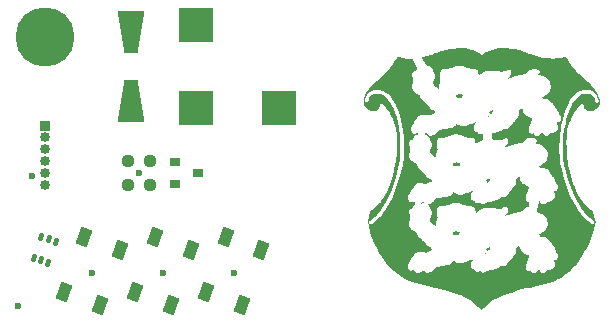
<source format=gts>
%TF.GenerationSoftware,KiCad,Pcbnew,5.99.0-unknown-7ef9082c86~117~ubuntu20.10.1*%
%TF.CreationDate,2021-03-10T10:58:44+01:00*%
%TF.ProjectId,abrd,61627264-2e6b-4696-9361-645f70636258,rev?*%
%TF.SameCoordinates,Original*%
%TF.FileFunction,Soldermask,Top*%
%TF.FilePolarity,Negative*%
%FSLAX46Y46*%
G04 Gerber Fmt 4.6, Leading zero omitted, Abs format (unit mm)*
G04 Created by KiCad (PCBNEW 5.99.0-unknown-7ef9082c86~117~ubuntu20.10.1) date 2021-03-10 10:58:44*
%MOMM*%
%LPD*%
G01*
G04 APERTURE LIST*
G04 Aperture macros list*
%AMRoundRect*
0 Rectangle with rounded corners*
0 $1 Rounding radius*
0 $2 $3 $4 $5 $6 $7 $8 $9 X,Y pos of 4 corners*
0 Add a 4 corners polygon primitive as box body*
4,1,4,$2,$3,$4,$5,$6,$7,$8,$9,$2,$3,0*
0 Add four circle primitives for the rounded corners*
1,1,$1+$1,$2,$3*
1,1,$1+$1,$4,$5*
1,1,$1+$1,$6,$7*
1,1,$1+$1,$8,$9*
0 Add four rect primitives between the rounded corners*
20,1,$1+$1,$2,$3,$4,$5,0*
20,1,$1+$1,$4,$5,$6,$7,0*
20,1,$1+$1,$6,$7,$8,$9,0*
20,1,$1+$1,$8,$9,$2,$3,0*%
%AMRotRect*
0 Rectangle, with rotation*
0 The origin of the aperture is its center*
0 $1 length*
0 $2 width*
0 $3 Rotation angle, in degrees counterclockwise*
0 Add horizontal line*
21,1,$1,$2,0,0,$3*%
%AMOutline4P*
0 Free polygon, 4 corners , with rotation*
0 The origin of the aperture is its center*
0 number of corners: always 4*
0 $1 to $8 corner X, Y*
0 $9 Rotation angle, in degrees counterclockwise*
0 create outline with 4 corners*
4,1,4,$1,$2,$3,$4,$5,$6,$7,$8,$1,$2,$9*%
G04 Aperture macros list end*
%ADD10R,0.900000X0.800000*%
%ADD11R,3.000000X3.000000*%
%ADD12RotRect,1.500000X1.000000X70.000000*%
%ADD13RotRect,0.650000X0.400000X250.000000*%
%ADD14R,0.850000X0.850000*%
%ADD15O,0.850000X0.850000*%
%ADD16C,5.000000*%
%ADD17Outline4P,-1.800000X-1.150000X1.800000X-0.550000X1.800000X0.550000X-1.800000X1.150000X270.000000*%
%ADD18Outline4P,-1.800000X-1.150000X1.800000X-0.550000X1.800000X0.550000X-1.800000X1.150000X90.000000*%
%ADD19RoundRect,0.237500X-0.250000X-0.237500X0.250000X-0.237500X0.250000X0.237500X-0.250000X0.237500X0*%
%ADD20RoundRect,0.237500X0.250000X0.237500X-0.250000X0.237500X-0.250000X-0.237500X0.250000X-0.237500X0*%
%ADD21C,0.600000*%
G04 APERTURE END LIST*
%TO.C,G\u002A\u002A\u002A*%
G36*
X157894812Y-80410950D02*
G01*
X157934017Y-80430588D01*
X157962371Y-80463996D01*
X158004157Y-80522712D01*
X158051342Y-80463996D01*
X158083246Y-80427614D01*
X158100673Y-80421566D01*
X158113098Y-80442582D01*
X158113136Y-80442679D01*
X158118121Y-80482516D01*
X158115981Y-80547136D01*
X158109566Y-80604746D01*
X158091389Y-80729415D01*
X157836650Y-80732417D01*
X157738878Y-80732777D01*
X157657427Y-80731576D01*
X157600415Y-80729041D01*
X157575959Y-80725400D01*
X157575672Y-80725102D01*
X157570475Y-80700799D01*
X157562918Y-80647179D01*
X157554882Y-80578044D01*
X157549911Y-80489999D01*
X157557141Y-80438491D01*
X157575959Y-80424545D01*
X157605753Y-80449186D01*
X157619949Y-80469069D01*
X157655846Y-80523854D01*
X157701277Y-80466879D01*
X157744036Y-80426838D01*
X157798245Y-80409979D01*
X157833646Y-80407592D01*
X157894812Y-80410950D01*
G37*
G36*
X163213007Y-75941051D02*
G01*
X163262381Y-76090543D01*
X163318844Y-76211416D01*
X163388955Y-76311209D01*
X163479275Y-76397461D01*
X163596363Y-76477713D01*
X163746778Y-76559504D01*
X163754353Y-76563301D01*
X163839932Y-76607090D01*
X163909138Y-76644455D01*
X163955219Y-76671606D01*
X163971427Y-76684756D01*
X163971264Y-76685059D01*
X163970315Y-76708824D01*
X163979881Y-76754905D01*
X163981446Y-76760501D01*
X163989783Y-76812857D01*
X163976122Y-76859382D01*
X163953335Y-76896586D01*
X163918776Y-76960904D01*
X163888529Y-77039064D01*
X163880769Y-77065966D01*
X163862131Y-77130881D01*
X163843719Y-77181960D01*
X163836493Y-77196751D01*
X163778010Y-77298532D01*
X163741050Y-77381023D01*
X163721303Y-77457114D01*
X163714456Y-77539697D01*
X163714255Y-77562312D01*
X163727194Y-77697574D01*
X163763601Y-77811517D01*
X163820479Y-77899658D01*
X163894835Y-77957514D01*
X163983672Y-77980604D01*
X163993879Y-77980829D01*
X164029005Y-77983890D01*
X164041357Y-78000951D01*
X164037145Y-78043827D01*
X164034556Y-78058205D01*
X164014857Y-78164919D01*
X163998879Y-78239072D01*
X163982002Y-78288517D01*
X163959610Y-78321110D01*
X163927083Y-78344705D01*
X163879805Y-78367156D01*
X163843725Y-78382784D01*
X163696601Y-78467727D01*
X163565105Y-78584776D01*
X163497400Y-78667833D01*
X163474468Y-78694135D01*
X163443259Y-78715126D01*
X163395705Y-78734004D01*
X163323736Y-78753971D01*
X163219285Y-78778226D01*
X163218846Y-78778324D01*
X163132176Y-78799242D01*
X163014681Y-78829967D01*
X162874964Y-78868122D01*
X162721628Y-78911327D01*
X162563275Y-78957206D01*
X162450243Y-78990782D01*
X162310044Y-79032586D01*
X162183712Y-79069638D01*
X162076342Y-79100493D01*
X161993028Y-79123708D01*
X161938863Y-79137839D01*
X161918943Y-79141442D01*
X161918927Y-79141377D01*
X161931487Y-79122395D01*
X161964189Y-79082008D01*
X162003536Y-79036310D01*
X162115360Y-78895427D01*
X162192848Y-78766395D01*
X162235714Y-78650805D01*
X162243673Y-78550249D01*
X162216438Y-78466318D01*
X162153725Y-78400603D01*
X162121153Y-78381059D01*
X162046283Y-78358893D01*
X161966042Y-78370221D01*
X161873499Y-78416213D01*
X161859512Y-78425256D01*
X161737050Y-78487565D01*
X161599889Y-78527042D01*
X161491281Y-78537937D01*
X161436126Y-78534585D01*
X161351469Y-78525437D01*
X161248452Y-78511854D01*
X161138214Y-78495196D01*
X161128313Y-78493592D01*
X160916399Y-78465902D01*
X160705977Y-78451208D01*
X160505940Y-78449516D01*
X160325179Y-78460833D01*
X160172585Y-78485167D01*
X160141636Y-78492813D01*
X159978147Y-78547227D01*
X159820795Y-78619170D01*
X159681862Y-78702333D01*
X159586457Y-78778035D01*
X159487449Y-78870644D01*
X159474348Y-78750716D01*
X159456791Y-78618345D01*
X159435866Y-78520419D01*
X159409419Y-78450136D01*
X159375298Y-78400692D01*
X159358543Y-78384825D01*
X159283847Y-78344592D01*
X159177669Y-78319845D01*
X159047241Y-78311770D01*
X158943830Y-78316811D01*
X158863509Y-78320456D01*
X158802408Y-78311321D01*
X158739482Y-78285672D01*
X158723996Y-78277802D01*
X158648911Y-78246080D01*
X158556895Y-78216994D01*
X158493457Y-78202077D01*
X158404593Y-78178781D01*
X158315837Y-78145504D01*
X158264981Y-78119956D01*
X158153867Y-78072070D01*
X158014879Y-78041407D01*
X157858234Y-78029316D01*
X157694150Y-78037146D01*
X157665034Y-78040719D01*
X157533856Y-78065914D01*
X157432400Y-78103363D01*
X157401956Y-78119956D01*
X157327417Y-78155532D01*
X157236247Y-78186927D01*
X157176550Y-78201511D01*
X157088268Y-78223036D01*
X156999868Y-78251916D01*
X156951353Y-78272210D01*
X156900958Y-78293412D01*
X156847643Y-78307188D01*
X156780536Y-78315131D01*
X156688763Y-78318829D01*
X156627256Y-78319605D01*
X156492143Y-78324436D01*
X156391707Y-78340247D01*
X156319742Y-78372402D01*
X156270039Y-78426267D01*
X156236394Y-78507205D01*
X156212599Y-78620583D01*
X156203103Y-78686225D01*
X156192916Y-78824665D01*
X156196402Y-78968846D01*
X156212447Y-79104182D01*
X156239939Y-79216090D01*
X156244485Y-79228654D01*
X156253673Y-79268202D01*
X156249041Y-79314027D01*
X156228553Y-79378572D01*
X156213708Y-79416817D01*
X156187207Y-79495963D01*
X156159718Y-79599279D01*
X156135486Y-79709999D01*
X156125587Y-79764898D01*
X156089927Y-79981850D01*
X155976442Y-79897170D01*
X155856751Y-79801019D01*
X155753558Y-79704667D01*
X155671200Y-79613101D01*
X155614010Y-79531310D01*
X155586325Y-79464281D01*
X155584403Y-79446127D01*
X155594715Y-79407764D01*
X155621929Y-79347065D01*
X155660456Y-79276292D01*
X155666024Y-79266959D01*
X155737489Y-79115493D01*
X155767803Y-78965864D01*
X155757005Y-78817348D01*
X155705132Y-78669223D01*
X155697827Y-78654676D01*
X155668595Y-78590875D01*
X155649924Y-78536459D01*
X155646303Y-78514737D01*
X155632279Y-78445293D01*
X155594175Y-78359857D01*
X155537944Y-78270741D01*
X155512266Y-78237501D01*
X155441005Y-78150536D01*
X155536454Y-78126501D01*
X155631669Y-78097324D01*
X155710151Y-78058642D01*
X155787020Y-78001680D01*
X155849414Y-77944844D01*
X155915544Y-77883416D01*
X155982584Y-77824146D01*
X156026214Y-77787805D01*
X156074126Y-77742338D01*
X156106260Y-77698035D01*
X156111634Y-77684637D01*
X156123146Y-77658406D01*
X156147982Y-77646737D01*
X156197728Y-77645856D01*
X156225502Y-77647560D01*
X156332193Y-77642320D01*
X156412915Y-77620881D01*
X156482191Y-77600685D01*
X156569045Y-77585244D01*
X156624137Y-77579910D01*
X156708353Y-77570255D01*
X156789316Y-77553046D01*
X156830358Y-77539530D01*
X156898065Y-77520333D01*
X156982336Y-77508311D01*
X157027981Y-77506256D01*
X157173187Y-77486004D01*
X157310517Y-77425432D01*
X157439516Y-77324814D01*
X157558041Y-77186757D01*
X157602435Y-77125569D01*
X157802478Y-77228219D01*
X157891390Y-77273259D01*
X157956508Y-77302716D01*
X158010730Y-77319898D01*
X158066950Y-77328114D01*
X158138065Y-77330673D01*
X158202569Y-77330870D01*
X158301028Y-77329553D01*
X158371170Y-77324040D01*
X158425904Y-77311988D01*
X158478141Y-77291055D01*
X158510242Y-77275032D01*
X158584965Y-77240966D01*
X158659052Y-77214565D01*
X158695082Y-77205626D01*
X158755681Y-77189306D01*
X158833763Y-77160885D01*
X158896100Y-77133949D01*
X158983713Y-77096131D01*
X159077818Y-77060466D01*
X159133387Y-77042213D01*
X159200156Y-77021902D01*
X159252428Y-77005058D01*
X159272664Y-76997781D01*
X159297647Y-76995438D01*
X159299179Y-77014018D01*
X159281634Y-77043963D01*
X159249384Y-77075719D01*
X159231397Y-77087961D01*
X159156524Y-77154825D01*
X159101445Y-77249712D01*
X159068977Y-77363031D01*
X159061940Y-77485190D01*
X159081045Y-77599554D01*
X159126696Y-77711735D01*
X159187425Y-77789381D01*
X159261157Y-77830316D01*
X159306793Y-77836394D01*
X159358978Y-77841735D01*
X159384542Y-77863072D01*
X159392584Y-77885717D01*
X159424645Y-77946316D01*
X159481949Y-78003446D01*
X159549715Y-78043585D01*
X159573431Y-78051178D01*
X159631441Y-78051987D01*
X159708468Y-78028805D01*
X159746645Y-78012343D01*
X159861536Y-77959744D01*
X159931020Y-78040920D01*
X159985425Y-78096707D01*
X160037883Y-78128950D01*
X160095499Y-78137371D01*
X160165376Y-78121691D01*
X160254619Y-78081630D01*
X160357986Y-78024139D01*
X160421953Y-77991709D01*
X160487564Y-77971499D01*
X160570300Y-77959568D01*
X160629432Y-77955064D01*
X160754138Y-77941339D01*
X160856947Y-77915070D01*
X160921405Y-77889005D01*
X161005758Y-77855013D01*
X161094439Y-77826482D01*
X161145166Y-77814274D01*
X161258411Y-77782362D01*
X161374625Y-77731676D01*
X161480046Y-77669439D01*
X161560909Y-77602876D01*
X161572790Y-77589837D01*
X161614741Y-77543718D01*
X161642239Y-77525264D01*
X161666002Y-77529439D01*
X161680768Y-77539119D01*
X161750637Y-77566214D01*
X161837927Y-77563792D01*
X161932427Y-77532986D01*
X161981741Y-77505670D01*
X162063909Y-77444135D01*
X162150712Y-77364837D01*
X162231356Y-77278946D01*
X162295044Y-77197632D01*
X162321346Y-77154287D01*
X162361888Y-77093774D01*
X162415877Y-77034904D01*
X162427113Y-77025005D01*
X162480316Y-76970688D01*
X162533486Y-76901505D01*
X162551996Y-76872404D01*
X162600704Y-76802444D01*
X162663409Y-76728977D01*
X162697869Y-76694566D01*
X162760426Y-76628934D01*
X162819219Y-76554424D01*
X162843740Y-76517028D01*
X162869726Y-76468816D01*
X162886047Y-76423631D01*
X162894898Y-76369641D01*
X162898478Y-76295017D01*
X162899025Y-76219344D01*
X162899025Y-76015697D01*
X163165505Y-75776511D01*
X163213007Y-75941051D01*
G37*
G36*
X160375002Y-76508260D02*
G01*
X160368834Y-76554073D01*
X160364361Y-76575186D01*
X160363989Y-76575349D01*
X160344419Y-76569266D01*
X160319821Y-76563029D01*
X160274279Y-76546330D01*
X160267682Y-76524677D01*
X160299848Y-76493781D01*
X160316418Y-76482468D01*
X160383113Y-76438778D01*
X160375002Y-76508260D01*
G37*
G36*
X160742810Y-81769984D02*
G01*
X160733867Y-81792637D01*
X160710232Y-81841765D01*
X160676702Y-81907464D01*
X160670704Y-81918918D01*
X160619905Y-82005259D01*
X160569422Y-82064886D01*
X160508159Y-82110742D01*
X160504114Y-82113207D01*
X160450355Y-82144403D01*
X160424186Y-82154529D01*
X160418615Y-82145032D01*
X160422378Y-82130114D01*
X160422877Y-82086046D01*
X160408208Y-82026774D01*
X160402297Y-82011383D01*
X160385504Y-81959341D01*
X160385785Y-81929233D01*
X160389425Y-81926163D01*
X160415942Y-81914677D01*
X160469895Y-81889616D01*
X160541629Y-81855494D01*
X160576096Y-81838889D01*
X160649406Y-81804639D01*
X160706286Y-81780350D01*
X160738512Y-81769422D01*
X160742810Y-81769984D01*
G37*
G36*
X160639642Y-70695752D02*
G01*
X160627160Y-70745065D01*
X160592486Y-70760741D01*
X160539776Y-70740903D01*
X160539726Y-70740871D01*
X160529293Y-70723204D01*
X160550232Y-70697421D01*
X160575835Y-70677881D01*
X160639642Y-70632446D01*
X160639642Y-70695752D01*
G37*
G36*
X160728427Y-75983550D02*
G01*
X160708620Y-76030824D01*
X160678306Y-76095349D01*
X160674461Y-76103172D01*
X160621523Y-76195640D01*
X160563201Y-76262755D01*
X160510154Y-76304459D01*
X160455317Y-76341563D01*
X160427240Y-76356486D01*
X160418907Y-76350760D01*
X160423305Y-76325918D01*
X160423962Y-76323290D01*
X160424411Y-76271348D01*
X160409163Y-76209497D01*
X160406320Y-76202327D01*
X160376332Y-76130555D01*
X160551654Y-76043605D01*
X160627816Y-76006805D01*
X160688755Y-75979196D01*
X160726090Y-75964478D01*
X160733603Y-75963282D01*
X160728427Y-75983550D01*
G37*
G36*
X158155633Y-68803703D02*
G01*
X158194305Y-68822772D01*
X158217642Y-68851294D01*
X158251996Y-68903724D01*
X158296824Y-68861610D01*
X158333143Y-68831509D01*
X158355797Y-68819497D01*
X158364473Y-68837920D01*
X158368947Y-68884749D01*
X158369100Y-68947326D01*
X158364812Y-69012993D01*
X158358078Y-69059363D01*
X158346214Y-69118684D01*
X158090899Y-69118684D01*
X157984091Y-69118238D01*
X157911506Y-69116171D01*
X157866107Y-69111393D01*
X157840852Y-69102813D01*
X157828703Y-69089342D01*
X157824491Y-69077417D01*
X157816434Y-69026932D01*
X157813292Y-68963213D01*
X157814679Y-68899065D01*
X157820206Y-68847295D01*
X157829487Y-68820708D01*
X157832298Y-68819497D01*
X157857440Y-68834625D01*
X157884900Y-68865922D01*
X157918038Y-68912348D01*
X157960009Y-68855606D01*
X157995946Y-68818048D01*
X158040640Y-68801750D01*
X158092634Y-68798863D01*
X158155633Y-68803703D01*
G37*
G36*
X165371393Y-73399778D02*
G01*
X165267957Y-73300208D01*
X165155020Y-73217748D01*
X165023128Y-73146787D01*
X164862829Y-73081715D01*
X164796999Y-73058870D01*
X164679500Y-73018005D01*
X164599204Y-72986276D01*
X164553419Y-72962265D01*
X164539454Y-72944552D01*
X164554617Y-72931720D01*
X164555308Y-72931463D01*
X164587975Y-72902126D01*
X164618131Y-72847738D01*
X164638290Y-72784216D01*
X164642490Y-72746070D01*
X164623559Y-72660689D01*
X164573141Y-72588018D01*
X164500443Y-72540313D01*
X164483729Y-72534759D01*
X164286820Y-72500426D01*
X164090297Y-72506608D01*
X163898738Y-72552859D01*
X163780601Y-72603413D01*
X163703915Y-72652844D01*
X163621819Y-72722238D01*
X163547654Y-72798958D01*
X163494763Y-72870366D01*
X163490197Y-72878504D01*
X163458714Y-72908204D01*
X163395997Y-72932145D01*
X163338284Y-72945373D01*
X163227571Y-72968903D01*
X163101321Y-72999329D01*
X162954657Y-73037973D01*
X162782700Y-73086157D01*
X162580572Y-73145203D01*
X162387643Y-73203031D01*
X162258747Y-73241871D01*
X162143455Y-73276351D01*
X162047500Y-73304779D01*
X161976611Y-73325462D01*
X161936521Y-73336706D01*
X161929763Y-73338262D01*
X161936582Y-73323609D01*
X161964186Y-73284710D01*
X162007103Y-73229158D01*
X162020182Y-73212814D01*
X162128640Y-73064390D01*
X162202056Y-72932229D01*
X162240282Y-72817167D01*
X162243173Y-72720039D01*
X162210581Y-72641679D01*
X162142360Y-72582923D01*
X162131779Y-72577233D01*
X162067780Y-72557029D01*
X161996758Y-72562170D01*
X161910223Y-72594142D01*
X161846655Y-72627199D01*
X161753925Y-72673853D01*
X161665272Y-72705126D01*
X161571726Y-72721989D01*
X161464321Y-72725414D01*
X161334089Y-72716371D01*
X161189720Y-72698343D01*
X161085796Y-72683346D01*
X160997612Y-72669938D01*
X160932668Y-72659312D01*
X160898463Y-72652660D01*
X160895134Y-72651485D01*
X160891627Y-72629686D01*
X160886663Y-72574884D01*
X160880896Y-72495288D01*
X160874979Y-72399108D01*
X160874835Y-72396563D01*
X160860781Y-72147887D01*
X160979592Y-72135624D01*
X161070274Y-72118554D01*
X161165075Y-72089211D01*
X161204319Y-72072698D01*
X161284903Y-72040413D01*
X161370055Y-72015590D01*
X161407151Y-72008455D01*
X161517679Y-71979696D01*
X161635339Y-71927566D01*
X161743761Y-71860623D01*
X161823562Y-71790805D01*
X161867365Y-71744405D01*
X161896575Y-71724288D01*
X161923670Y-71725589D01*
X161954247Y-71739843D01*
X162013256Y-71761885D01*
X162063363Y-71769785D01*
X162134257Y-71753627D01*
X162220377Y-71709488D01*
X162313923Y-71643634D01*
X162407098Y-71562333D01*
X162492104Y-71471850D01*
X162561143Y-71378454D01*
X162571517Y-71361400D01*
X162618965Y-71292392D01*
X162674387Y-71227886D01*
X162694450Y-71208683D01*
X162751113Y-71150007D01*
X162801906Y-71083433D01*
X162808920Y-71072278D01*
X162847255Y-71018351D01*
X162903256Y-70951032D01*
X162962421Y-70887368D01*
X163067917Y-70761809D01*
X163134145Y-70635742D01*
X163162859Y-70504185D01*
X163155816Y-70362156D01*
X163153065Y-70346386D01*
X163132033Y-70232901D01*
X163273175Y-70104698D01*
X163335789Y-70050414D01*
X163386974Y-70010868D01*
X163419434Y-69991460D01*
X163426575Y-69991213D01*
X163437898Y-70017495D01*
X163455399Y-70071629D01*
X163473640Y-70135892D01*
X163527507Y-70299828D01*
X163593682Y-70430785D01*
X163675982Y-70536165D01*
X163684200Y-70544537D01*
X163742292Y-70593269D01*
X163824573Y-70650516D01*
X163919719Y-70709599D01*
X164016402Y-70763835D01*
X164103297Y-70806545D01*
X164169079Y-70831049D01*
X164170565Y-70831422D01*
X164207002Y-70847550D01*
X164226754Y-70881123D01*
X164236632Y-70931672D01*
X164239459Y-70991327D01*
X164227316Y-71049275D01*
X164196372Y-71121751D01*
X164187635Y-71139329D01*
X164155891Y-71208222D01*
X164133857Y-71267435D01*
X164126726Y-71300489D01*
X164116281Y-71337622D01*
X164088866Y-71396530D01*
X164050356Y-71464623D01*
X164049350Y-71466256D01*
X164008952Y-71535189D01*
X163985784Y-71589543D01*
X163975163Y-71646455D01*
X163972407Y-71723062D01*
X163972400Y-71747920D01*
X163984601Y-71896701D01*
X164019615Y-72013878D01*
X164076407Y-72098262D01*
X164153941Y-72148669D01*
X164251181Y-72163910D01*
X164326775Y-72153873D01*
X164368949Y-72147535D01*
X164396186Y-72158816D01*
X164421553Y-72195946D01*
X164435304Y-72222229D01*
X164475661Y-72281743D01*
X164524335Y-72328263D01*
X164538576Y-72337106D01*
X164605562Y-72363164D01*
X164669010Y-72365675D01*
X164738083Y-72342539D01*
X164821941Y-72291660D01*
X164861558Y-72263159D01*
X164931818Y-72212770D01*
X164993847Y-72171285D01*
X165037026Y-72145712D01*
X165044922Y-72142112D01*
X165112715Y-72118080D01*
X165156041Y-72112931D01*
X165188789Y-72130318D01*
X165224844Y-72173891D01*
X165238714Y-72193079D01*
X165319798Y-72284481D01*
X165402454Y-72334663D01*
X165487140Y-72343658D01*
X165574310Y-72311500D01*
X165664420Y-72238220D01*
X165677389Y-72224581D01*
X165773381Y-72120878D01*
X165917478Y-72120878D01*
X166067090Y-72102826D01*
X166196805Y-72051837D01*
X166303539Y-71972657D01*
X166384212Y-71870035D01*
X166435741Y-71748719D01*
X166455045Y-71613455D01*
X166439042Y-71468992D01*
X166406348Y-71367750D01*
X166380128Y-71302442D01*
X166361690Y-71253350D01*
X166355254Y-71232125D01*
X166373733Y-71225594D01*
X166420988Y-71222026D01*
X166456130Y-71221808D01*
X166536412Y-71215594D01*
X166591582Y-71191584D01*
X166603413Y-71182048D01*
X166664819Y-71100966D01*
X166698129Y-70997223D01*
X166703685Y-70878067D01*
X166681827Y-70750741D01*
X166632898Y-70622492D01*
X166572291Y-70520985D01*
X166533109Y-70459371D01*
X166506634Y-70405296D01*
X166499392Y-70377402D01*
X166486392Y-70316858D01*
X166452661Y-70239194D01*
X166405408Y-70157663D01*
X166351841Y-70085515D01*
X166325379Y-70057515D01*
X166272024Y-69998744D01*
X166227234Y-69935752D01*
X166215210Y-69913764D01*
X166179467Y-69855617D01*
X166128431Y-69791194D01*
X166104227Y-69765317D01*
X166050802Y-69701129D01*
X165998222Y-69621016D01*
X165973292Y-69574209D01*
X165901612Y-69457654D01*
X165809320Y-69371251D01*
X165692813Y-69313087D01*
X165548486Y-69281246D01*
X165407299Y-69273437D01*
X165320229Y-69272484D01*
X165264866Y-69268190D01*
X165231667Y-69258403D01*
X165211087Y-69240970D01*
X165201484Y-69227011D01*
X165166853Y-69171958D01*
X165144272Y-69136766D01*
X165132505Y-69114340D01*
X165135429Y-69095954D01*
X165159098Y-69075991D01*
X165209564Y-69048835D01*
X165270814Y-69019336D01*
X165427027Y-68927837D01*
X165566785Y-68812237D01*
X165682756Y-68680089D01*
X165767606Y-68538943D01*
X165790198Y-68484427D01*
X165838858Y-68295283D01*
X165848004Y-68111788D01*
X165819293Y-67936786D01*
X165754382Y-67773122D01*
X165654930Y-67623642D01*
X165522594Y-67491190D01*
X165359031Y-67378612D01*
X165165899Y-67288753D01*
X165075873Y-67258322D01*
X164988596Y-67230443D01*
X164909840Y-67202864D01*
X164853010Y-67180355D01*
X164841539Y-67174947D01*
X164802531Y-67153138D01*
X164797180Y-67137842D01*
X164822273Y-67117039D01*
X164825459Y-67114805D01*
X164859460Y-67075575D01*
X164888134Y-67017513D01*
X164891942Y-67005959D01*
X164904684Y-66944106D01*
X164896480Y-66891499D01*
X164879448Y-66851045D01*
X164840144Y-66790434D01*
X164784512Y-66747691D01*
X164705482Y-66719683D01*
X164595982Y-66703275D01*
X164536255Y-66698918D01*
X164334716Y-66704122D01*
X164155539Y-66744003D01*
X163998693Y-66818573D01*
X163864147Y-66927848D01*
X163776390Y-67034688D01*
X163749712Y-67071049D01*
X163723620Y-67096674D01*
X163689225Y-67115616D01*
X163637639Y-67131930D01*
X163559974Y-67149673D01*
X163494738Y-67163187D01*
X163417954Y-67180922D01*
X163308621Y-67208964D01*
X163173593Y-67245360D01*
X163019725Y-67288158D01*
X162853871Y-67335406D01*
X162682887Y-67385152D01*
X162513627Y-67435442D01*
X162352946Y-67484326D01*
X162210788Y-67528864D01*
X162191545Y-67531141D01*
X162192530Y-67516771D01*
X162216088Y-67481304D01*
X162264565Y-67420293D01*
X162274184Y-67408598D01*
X162349691Y-67308989D01*
X162416470Y-67205783D01*
X162469807Y-67107634D01*
X162504986Y-67023196D01*
X162517303Y-66962354D01*
X162498728Y-66891751D01*
X162450385Y-66826859D01*
X162383345Y-66776366D01*
X162308677Y-66748958D01*
X162247158Y-66750383D01*
X162197497Y-66770042D01*
X162137709Y-66802515D01*
X162125264Y-66810400D01*
X162041762Y-66858469D01*
X161956186Y-66892113D01*
X161861809Y-66911909D01*
X161751907Y-66918437D01*
X161619755Y-66912277D01*
X161458626Y-66894008D01*
X161345637Y-66877535D01*
X161152182Y-66854071D01*
X160956269Y-66841982D01*
X160766542Y-66841077D01*
X160591646Y-66851163D01*
X160440223Y-66872050D01*
X160330818Y-66900041D01*
X160103239Y-66994489D01*
X159909694Y-67110020D01*
X159849251Y-67156120D01*
X159737465Y-67247171D01*
X159724675Y-67095867D01*
X159713319Y-67006390D01*
X159696136Y-66920416D01*
X159677999Y-66859872D01*
X159647647Y-66800214D01*
X159607316Y-66757652D01*
X159550108Y-66729420D01*
X159469129Y-66712749D01*
X159357482Y-66704869D01*
X159288139Y-66703363D01*
X159177777Y-66700571D01*
X159097416Y-66694112D01*
X159035840Y-66682321D01*
X158981833Y-66663536D01*
X158962914Y-66655127D01*
X158885070Y-66625440D01*
X158792257Y-66598842D01*
X158737952Y-66587231D01*
X158655915Y-66566727D01*
X158578880Y-66537572D01*
X158539348Y-66516120D01*
X158472796Y-66477728D01*
X158399693Y-66451237D01*
X158311710Y-66435201D01*
X158200518Y-66428173D01*
X158057786Y-66428707D01*
X158038775Y-66429193D01*
X157929567Y-66432664D01*
X157852034Y-66437326D01*
X157796590Y-66445059D01*
X157753647Y-66457745D01*
X157713621Y-66477264D01*
X157674734Y-66500632D01*
X157570663Y-66550998D01*
X157453401Y-66585483D01*
X157439307Y-66588144D01*
X157348576Y-66610040D01*
X157255928Y-66641632D01*
X157204846Y-66664425D01*
X157134651Y-66696337D01*
X157076654Y-66708387D01*
X157009481Y-66704704D01*
X157001757Y-66703674D01*
X156877596Y-66695661D01*
X156759110Y-66704421D01*
X156656969Y-66728215D01*
X156581843Y-66765309D01*
X156571528Y-66773695D01*
X156523092Y-66840480D01*
X156486260Y-66939142D01*
X156461958Y-67061692D01*
X156451116Y-67200146D01*
X156454661Y-67346515D01*
X156473520Y-67492814D01*
X156482792Y-67537657D01*
X156497048Y-67603400D01*
X156503446Y-67652764D01*
X156500778Y-67698493D01*
X156487833Y-67753330D01*
X156463401Y-67830020D01*
X156451728Y-67864932D01*
X156420934Y-67970399D01*
X156394865Y-68084207D01*
X156378061Y-68185819D01*
X156375657Y-68209027D01*
X156367798Y-68283403D01*
X156358969Y-68338632D01*
X156350845Y-68364717D01*
X156349427Y-68365557D01*
X156321759Y-68352251D01*
X156271846Y-68316575D01*
X156207065Y-68264895D01*
X156134793Y-68203574D01*
X156062404Y-68138976D01*
X155997276Y-68077466D01*
X155946784Y-68025408D01*
X155925239Y-67999561D01*
X155871468Y-67921392D01*
X155844327Y-67862062D01*
X155842446Y-67810097D01*
X155864454Y-67754022D01*
X155890698Y-67710282D01*
X155933717Y-67638039D01*
X155972322Y-67564638D01*
X155986847Y-67532865D01*
X156014430Y-67424601D01*
X156019424Y-67298501D01*
X156003115Y-67170389D01*
X155966791Y-67056088D01*
X155944678Y-67014054D01*
X155924292Y-66966520D01*
X155907022Y-66902766D01*
X155904817Y-66891212D01*
X155863075Y-66763579D01*
X155788667Y-66645234D01*
X155689159Y-66542825D01*
X155572116Y-66463003D01*
X155445102Y-66412417D01*
X155343171Y-66397512D01*
X155251514Y-66395040D01*
X155101190Y-66054588D01*
X155053426Y-65945488D01*
X155012474Y-65850177D01*
X154980885Y-65774736D01*
X154961207Y-65725245D01*
X154955829Y-65707839D01*
X154976496Y-65700678D01*
X155029772Y-65685379D01*
X155108272Y-65663984D01*
X155204614Y-65638534D01*
X155236488Y-65630259D01*
X155355884Y-65598977D01*
X155459991Y-65570485D01*
X155556794Y-65542209D01*
X155654275Y-65511574D01*
X155760420Y-65476004D01*
X155883212Y-65432925D01*
X156030636Y-65379762D01*
X156162144Y-65331734D01*
X156378911Y-65254298D01*
X156569255Y-65191085D01*
X156744182Y-65138939D01*
X156914699Y-65094704D01*
X157091812Y-65055224D01*
X157205624Y-65032544D01*
X157601992Y-64967656D01*
X157970219Y-64930949D01*
X158312338Y-64922455D01*
X158630385Y-64942206D01*
X158926395Y-64990235D01*
X159195288Y-65064172D01*
X159318669Y-65111027D01*
X159458898Y-65172953D01*
X159602807Y-65243423D01*
X159737227Y-65315908D01*
X159848990Y-65383879D01*
X159872730Y-65400019D01*
X160003381Y-65491550D01*
X160140967Y-65398555D01*
X160345048Y-65276441D01*
X160577837Y-65164433D01*
X160827082Y-65067602D01*
X161080532Y-64991017D01*
X161186433Y-64965861D01*
X161289502Y-64949920D01*
X161424627Y-64938549D01*
X161582851Y-64931727D01*
X161755220Y-64929436D01*
X161932777Y-64931656D01*
X162106566Y-64938369D01*
X162267632Y-64949554D01*
X162407020Y-64965193D01*
X162429493Y-64968538D01*
X162807705Y-65035340D01*
X163149319Y-65112350D01*
X163457929Y-65200416D01*
X163568012Y-65237206D01*
X163708677Y-65286292D01*
X163866600Y-65341419D01*
X164024227Y-65396460D01*
X164164005Y-65445284D01*
X164188627Y-65453887D01*
X164423967Y-65530753D01*
X164683721Y-65606339D01*
X164951158Y-65676192D01*
X165209547Y-65735856D01*
X165364744Y-65767067D01*
X165691459Y-65811018D01*
X166035519Y-65825596D01*
X166385639Y-65811145D01*
X166730531Y-65768010D01*
X166975402Y-65717909D01*
X167172657Y-65670181D01*
X167274590Y-65867112D01*
X167424549Y-66134084D01*
X167594032Y-66391540D01*
X167786439Y-66643435D01*
X168005172Y-66893723D01*
X168253632Y-67146357D01*
X168535221Y-67405292D01*
X168770996Y-67606669D01*
X168962704Y-67769494D01*
X169126189Y-67916849D01*
X169268041Y-68055424D01*
X169394847Y-68191910D01*
X169513198Y-68332998D01*
X169609741Y-68458408D01*
X169761642Y-68683958D01*
X169877427Y-68903040D01*
X169956723Y-69114072D01*
X169999160Y-69315473D01*
X170004366Y-69505660D01*
X169971968Y-69683052D01*
X169925386Y-69801483D01*
X169826610Y-69956725D01*
X169696437Y-70089701D01*
X169541733Y-70193607D01*
X169517399Y-70205989D01*
X169447402Y-70238498D01*
X169389991Y-70258658D01*
X169330788Y-70269377D01*
X169255415Y-70273564D01*
X169180347Y-70274168D01*
X169085656Y-70273191D01*
X169019922Y-70268548D01*
X168970849Y-70257670D01*
X168926140Y-70237989D01*
X168881160Y-70211666D01*
X168767505Y-70118255D01*
X168679659Y-69996883D01*
X168621252Y-69854390D01*
X168595914Y-69697615D01*
X168595186Y-69672922D01*
X168593907Y-69566883D01*
X168515104Y-69607010D01*
X168438806Y-69656742D01*
X168347244Y-69733490D01*
X168247753Y-69829740D01*
X168147667Y-69937977D01*
X168054319Y-70050689D01*
X167975209Y-70160114D01*
X167798270Y-70443265D01*
X167645172Y-70723095D01*
X167515054Y-71003711D01*
X167407055Y-71289218D01*
X167320315Y-71583722D01*
X167253974Y-71891329D01*
X167207172Y-72216146D01*
X167179047Y-72562278D01*
X167168739Y-72933830D01*
X167175389Y-73334910D01*
X167198135Y-73769624D01*
X167203298Y-73843786D01*
X167233520Y-74196944D01*
X167271849Y-74518947D01*
X167319920Y-74819394D01*
X167379371Y-75107887D01*
X167451837Y-75394026D01*
X167490704Y-75529909D01*
X167531311Y-75669008D01*
X167574240Y-75819156D01*
X167615323Y-75965589D01*
X167650397Y-76093542D01*
X167662434Y-76138601D01*
X167752552Y-76427730D01*
X167872040Y-76730208D01*
X168015965Y-77036450D01*
X168179392Y-77336869D01*
X168357385Y-77621878D01*
X168545009Y-77881891D01*
X168587079Y-77934775D01*
X168671918Y-78033539D01*
X168779553Y-78149999D01*
X168901174Y-78275317D01*
X169027969Y-78400657D01*
X169151127Y-78517179D01*
X169261839Y-78616048D01*
X169290198Y-78640021D01*
X169425287Y-78752422D01*
X169542574Y-79212887D01*
X169659861Y-79673353D01*
X169594126Y-79936148D01*
X169486254Y-80326883D01*
X169357867Y-80721967D01*
X169211891Y-81114732D01*
X169051254Y-81498507D01*
X168878883Y-81866624D01*
X168697705Y-82212413D01*
X168510648Y-82529204D01*
X168351252Y-82767831D01*
X168193603Y-82980466D01*
X168024259Y-83192876D01*
X167854525Y-83391198D01*
X167748984Y-83506367D01*
X167572812Y-83678819D01*
X167367088Y-83857194D01*
X167141420Y-84034391D01*
X166905413Y-84203309D01*
X166668674Y-84356848D01*
X166440811Y-84487905D01*
X166374550Y-84522317D01*
X166168951Y-84617307D01*
X165927537Y-84713498D01*
X165655661Y-84809262D01*
X165358677Y-84902968D01*
X165041940Y-84992987D01*
X164710804Y-85077688D01*
X164370623Y-85155441D01*
X164137043Y-85203478D01*
X163779628Y-85277793D01*
X163425292Y-85359540D01*
X163079696Y-85447101D01*
X162748501Y-85538855D01*
X162437371Y-85633184D01*
X162151967Y-85728467D01*
X161897952Y-85823084D01*
X161737833Y-85889818D01*
X161362992Y-86074392D01*
X160989976Y-86296605D01*
X160624067Y-86552974D01*
X160270545Y-86840013D01*
X160192069Y-86909529D01*
X160119091Y-86974684D01*
X160057803Y-87028375D01*
X160014335Y-87065306D01*
X159994817Y-87080182D01*
X159994488Y-87080260D01*
X159976666Y-87066733D01*
X159943122Y-87033475D01*
X159936537Y-87026465D01*
X159887741Y-86978601D01*
X159813704Y-86911688D01*
X159721800Y-86831960D01*
X159619402Y-86745653D01*
X159513885Y-86659001D01*
X159412622Y-86578239D01*
X159343124Y-86524696D01*
X159000036Y-86286975D01*
X158628585Y-86068939D01*
X158239113Y-85875956D01*
X157841962Y-85713397D01*
X157658082Y-85649841D01*
X157583015Y-85626799D01*
X157476074Y-85595800D01*
X157345386Y-85559041D01*
X157199075Y-85518722D01*
X157045266Y-85477040D01*
X156892086Y-85436196D01*
X156747658Y-85398387D01*
X156620107Y-85365813D01*
X156517560Y-85340672D01*
X156502599Y-85337155D01*
X156442939Y-85323843D01*
X156350035Y-85303853D01*
X156231090Y-85278698D01*
X156093306Y-85249895D01*
X155943885Y-85218958D01*
X155810887Y-85191661D01*
X155445709Y-85112167D01*
X155092552Y-85025729D01*
X154756262Y-84933826D01*
X154441686Y-84837938D01*
X154153672Y-84739542D01*
X153897065Y-84640120D01*
X153676712Y-84541151D01*
X153671809Y-84538744D01*
X153275524Y-84320834D01*
X152899874Y-84067196D01*
X152544855Y-83777825D01*
X152210462Y-83452715D01*
X151896689Y-83091863D01*
X151603531Y-82695264D01*
X151562016Y-82633713D01*
X151333418Y-82263588D01*
X151117498Y-81859510D01*
X150916874Y-81427548D01*
X150734161Y-80973771D01*
X150571977Y-80504249D01*
X150432939Y-80025050D01*
X150426296Y-79999614D01*
X150342376Y-79676483D01*
X150458338Y-79215536D01*
X150574301Y-78754590D01*
X150688558Y-78661739D01*
X150778096Y-78584589D01*
X150885372Y-78485255D01*
X151002931Y-78371299D01*
X151123318Y-78250285D01*
X151239079Y-78129775D01*
X151342759Y-78017333D01*
X151426904Y-77920522D01*
X151461398Y-77877661D01*
X151711024Y-77523136D01*
X151935539Y-77138282D01*
X152135143Y-76722565D01*
X152310039Y-76275456D01*
X152460426Y-75796421D01*
X152586507Y-75284931D01*
X152688483Y-74740452D01*
X152715076Y-74565963D01*
X152752532Y-74289169D01*
X152781238Y-74033117D01*
X152802089Y-73785178D01*
X152815982Y-73532727D01*
X152823815Y-73263135D01*
X152826417Y-72997807D01*
X152825651Y-72758690D01*
X152821495Y-72553117D01*
X152813255Y-72373452D01*
X152800238Y-72212060D01*
X152781753Y-72061305D01*
X152757106Y-71913552D01*
X152725604Y-71761166D01*
X152706868Y-71680015D01*
X152637489Y-71428348D01*
X152548930Y-71171847D01*
X152444300Y-70916318D01*
X152326706Y-70667563D01*
X152199257Y-70431388D01*
X152065062Y-70213596D01*
X151927228Y-70019992D01*
X151788865Y-69856380D01*
X151668704Y-69741456D01*
X151599093Y-69686100D01*
X151530548Y-69636823D01*
X151478310Y-69604524D01*
X151406092Y-69566996D01*
X151404880Y-69703929D01*
X151383722Y-69851035D01*
X151325404Y-69986897D01*
X151233646Y-70105888D01*
X151112171Y-70202383D01*
X151053917Y-70234491D01*
X150920796Y-70277473D01*
X150775707Y-70285291D01*
X150625328Y-70259601D01*
X150476333Y-70202054D01*
X150335397Y-70114306D01*
X150242876Y-70033570D01*
X150171589Y-69950685D01*
X150104107Y-69852978D01*
X150069390Y-69790813D01*
X150039269Y-69726436D01*
X150020037Y-69673394D01*
X150009355Y-69619006D01*
X150004882Y-69550591D01*
X150004279Y-69455467D01*
X150004375Y-69438506D01*
X150005485Y-69410071D01*
X150097326Y-69410071D01*
X150103898Y-69449622D01*
X150126179Y-69478932D01*
X150147696Y-69496921D01*
X150217736Y-69534152D01*
X150281257Y-69530760D01*
X150338026Y-69486907D01*
X150387812Y-69402755D01*
X150423088Y-69304387D01*
X150488823Y-69135219D01*
X150577151Y-69000306D01*
X150689371Y-68898556D01*
X150826782Y-68828874D01*
X150990685Y-68790168D01*
X151040501Y-68784815D01*
X151257316Y-68784931D01*
X151458296Y-68823055D01*
X151644699Y-68899633D01*
X151817785Y-69015113D01*
X151903786Y-69091500D01*
X152079891Y-69287021D01*
X152245120Y-69520817D01*
X152398796Y-69791176D01*
X152540241Y-70096385D01*
X152668777Y-70434732D01*
X152783726Y-70804504D01*
X152884409Y-71203988D01*
X152970150Y-71631473D01*
X153013119Y-71893908D01*
X153045428Y-72117981D01*
X153070658Y-72318686D01*
X153089567Y-72506689D01*
X153102913Y-72692658D01*
X153111451Y-72887257D01*
X153115941Y-73101154D01*
X153117138Y-73345014D01*
X153117124Y-73358896D01*
X153110704Y-73742417D01*
X153091486Y-74102095D01*
X153058049Y-74446333D01*
X153008974Y-74783532D01*
X152942840Y-75122097D01*
X152858227Y-75470431D01*
X152753713Y-75836936D01*
X152635787Y-76206337D01*
X152505699Y-76575505D01*
X152363802Y-76939188D01*
X152213241Y-77290416D01*
X152057160Y-77622215D01*
X151898705Y-77927612D01*
X151741020Y-78199636D01*
X151725271Y-78224965D01*
X151583907Y-78438992D01*
X151431104Y-78649213D01*
X151271795Y-78849907D01*
X151110913Y-79035353D01*
X150953390Y-79199831D01*
X150804161Y-79337618D01*
X150685306Y-79431054D01*
X150592790Y-79498717D01*
X150530086Y-79550797D01*
X150491837Y-79593299D01*
X150472684Y-79632227D01*
X150467269Y-79673586D01*
X150467262Y-79675383D01*
X150483351Y-79750989D01*
X150529608Y-79799271D01*
X150603020Y-79817179D01*
X150607425Y-79817222D01*
X150654321Y-79810053D01*
X150710851Y-79785900D01*
X150785003Y-79740791D01*
X150846117Y-79698579D01*
X150967907Y-79603464D01*
X151104947Y-79482073D01*
X151249402Y-79342336D01*
X151393436Y-79192183D01*
X151529213Y-79039545D01*
X151648898Y-78892351D01*
X151669329Y-78865446D01*
X151911777Y-78516372D01*
X152143817Y-78130901D01*
X152363706Y-77712978D01*
X152569706Y-77266552D01*
X152760077Y-76795572D01*
X152933078Y-76303983D01*
X153086971Y-75795735D01*
X153182292Y-75432576D01*
X153303129Y-74855594D01*
X153384518Y-74267873D01*
X153426437Y-73670860D01*
X153428866Y-73066002D01*
X153391783Y-72454745D01*
X153315167Y-71838535D01*
X153240856Y-71419334D01*
X153155940Y-71025745D01*
X153064065Y-70668070D01*
X152963366Y-70341272D01*
X152851977Y-70040314D01*
X152728032Y-69760157D01*
X152589667Y-69495764D01*
X152435016Y-69242098D01*
X152434023Y-69240580D01*
X152275226Y-69023151D01*
X152107787Y-68844646D01*
X151928917Y-68703138D01*
X151735831Y-68596701D01*
X151525739Y-68523409D01*
X151344191Y-68487435D01*
X151117108Y-68472394D01*
X150905794Y-68492304D01*
X150712736Y-68546321D01*
X150540419Y-68633604D01*
X150391330Y-68753310D01*
X150318235Y-68835048D01*
X150253282Y-68932772D01*
X150192587Y-69052171D01*
X150142596Y-69178045D01*
X150109758Y-69295197D01*
X150101861Y-69345023D01*
X150097326Y-69410071D01*
X150005485Y-69410071D01*
X150009003Y-69319984D01*
X150023147Y-69212328D01*
X150049610Y-69105771D01*
X150091194Y-68990547D01*
X150150702Y-68856887D01*
X150200402Y-68755335D01*
X150313907Y-68561517D01*
X150465709Y-68355977D01*
X150654862Y-68139757D01*
X150880423Y-67913903D01*
X151141443Y-67679457D01*
X151282290Y-67561521D01*
X151644206Y-67246140D01*
X151965613Y-66926242D01*
X152247091Y-66601139D01*
X152489222Y-66270145D01*
X152692585Y-65932574D01*
X152745545Y-65831062D01*
X152783847Y-65761934D01*
X152819224Y-65710082D01*
X152845363Y-65684451D01*
X152849907Y-65683185D01*
X152882879Y-65687658D01*
X152944498Y-65699565D01*
X153023302Y-65716638D01*
X153050825Y-65722950D01*
X153365037Y-65783201D01*
X153677274Y-65818542D01*
X153917573Y-65827620D01*
X154174692Y-65827620D01*
X154200925Y-65884363D01*
X154217750Y-65921811D01*
X154247696Y-65989502D01*
X154287418Y-66079836D01*
X154333572Y-66185214D01*
X154369401Y-66267264D01*
X154422154Y-66389872D01*
X154459209Y-66480740D01*
X154482390Y-66545488D01*
X154493524Y-66589739D01*
X154494435Y-66619113D01*
X154489012Y-66635709D01*
X154476268Y-66682772D01*
X154472481Y-66747715D01*
X154473442Y-66766549D01*
X154480503Y-66855101D01*
X154392433Y-66865026D01*
X154285519Y-66892455D01*
X154195085Y-66944707D01*
X154125002Y-67015225D01*
X154079140Y-67097454D01*
X154061368Y-67184836D01*
X154075557Y-67270817D01*
X154114256Y-67336273D01*
X154141329Y-67371505D01*
X154158090Y-67405998D01*
X154166987Y-67450805D01*
X154170468Y-67516985D01*
X154170999Y-67592558D01*
X154174454Y-67707638D01*
X154184871Y-67782668D01*
X154198380Y-67814418D01*
X154211222Y-67838945D01*
X154201068Y-67864961D01*
X154163121Y-67903439D01*
X154157113Y-67908841D01*
X154124334Y-67939680D01*
X154104139Y-67967706D01*
X154093515Y-68003685D01*
X154089451Y-68058383D01*
X154088933Y-68142566D01*
X154088958Y-68152416D01*
X154091016Y-68248244D01*
X154098422Y-68317216D01*
X154113949Y-68373664D01*
X154140372Y-68431918D01*
X154144687Y-68440245D01*
X154227338Y-68560634D01*
X154338246Y-68655575D01*
X154405882Y-68695267D01*
X154472027Y-68738384D01*
X154533265Y-68791396D01*
X154537987Y-68796381D01*
X154593538Y-68844089D01*
X154654661Y-68879750D01*
X154662930Y-68883023D01*
X154701173Y-68902276D01*
X154732936Y-68934441D01*
X154765312Y-68988693D01*
X154798073Y-69057825D01*
X154885948Y-69219421D01*
X154987838Y-69343695D01*
X155100301Y-69429742D01*
X155155268Y-69467989D01*
X155193745Y-69505887D01*
X155202917Y-69521784D01*
X155223550Y-69553641D01*
X155267057Y-69602846D01*
X155324928Y-69659952D01*
X155339255Y-69673102D01*
X155407803Y-69740152D01*
X155471708Y-69811185D01*
X155517884Y-69871589D01*
X155520232Y-69875227D01*
X155605202Y-69983969D01*
X155708816Y-70077487D01*
X155819602Y-70146470D01*
X155887215Y-70172941D01*
X155945418Y-70193024D01*
X155981224Y-70211609D01*
X155987305Y-70221700D01*
X155991584Y-70247676D01*
X156016010Y-70287920D01*
X156017990Y-70290472D01*
X156046336Y-70329348D01*
X156058937Y-70352247D01*
X156058976Y-70352742D01*
X156041810Y-70369506D01*
X155995681Y-70400130D01*
X155928639Y-70440230D01*
X155848737Y-70485420D01*
X155764026Y-70531319D01*
X155682558Y-70573541D01*
X155612385Y-70607702D01*
X155561559Y-70629419D01*
X155540759Y-70634903D01*
X155497264Y-70629594D01*
X155428060Y-70615915D01*
X155347161Y-70596677D01*
X155336799Y-70593989D01*
X155148071Y-70559650D01*
X154972369Y-70557905D01*
X154814171Y-70588317D01*
X154677955Y-70650450D01*
X154664019Y-70659531D01*
X154613941Y-70703015D01*
X154557077Y-70766513D01*
X154516460Y-70820959D01*
X154458871Y-70900748D01*
X154392894Y-70984108D01*
X154353289Y-71030098D01*
X154287098Y-71118508D01*
X154252905Y-71200123D01*
X154251822Y-71205484D01*
X154224677Y-71278352D01*
X154173670Y-71356650D01*
X154159143Y-71374053D01*
X154077799Y-71495833D01*
X154029647Y-71632893D01*
X154016057Y-71776335D01*
X154038399Y-71917262D01*
X154064749Y-71986759D01*
X154106405Y-72065974D01*
X154147831Y-72115956D01*
X154199859Y-72147230D01*
X154246137Y-72162983D01*
X154293214Y-72171422D01*
X154339519Y-72164519D01*
X154400497Y-72139210D01*
X154423566Y-72127770D01*
X154482382Y-72099844D01*
X154524399Y-72083340D01*
X154538719Y-72081373D01*
X154558409Y-72111949D01*
X154584552Y-72157938D01*
X154609963Y-72205877D01*
X154627452Y-72242304D01*
X154630936Y-72254095D01*
X154609189Y-72260358D01*
X154559048Y-72272239D01*
X154507576Y-72283638D01*
X154380005Y-72324037D01*
X154286354Y-72382002D01*
X154228277Y-72455909D01*
X154207426Y-72544132D01*
X154209124Y-72577215D01*
X154217915Y-72651830D01*
X154104158Y-72677288D01*
X154020223Y-72703565D01*
X153951456Y-72746135D01*
X153901432Y-72791714D01*
X153829176Y-72884064D01*
X153797372Y-72975078D01*
X153806084Y-73063093D01*
X153855375Y-73146441D01*
X153886641Y-73178257D01*
X153906208Y-73201144D01*
X153917076Y-73232318D01*
X153920722Y-73281820D01*
X153918624Y-73359689D01*
X153917283Y-73386536D01*
X153915439Y-73493925D01*
X153922308Y-73570834D01*
X153932551Y-73604330D01*
X153943970Y-73636888D01*
X153935066Y-73668561D01*
X153901348Y-73712924D01*
X153893705Y-73721701D01*
X153845716Y-73793901D01*
X153827042Y-73859979D01*
X153831406Y-74040619D01*
X153865425Y-74193190D01*
X153929602Y-74318835D01*
X154024441Y-74418694D01*
X154094322Y-74465605D01*
X154170873Y-74515205D01*
X154248678Y-74574742D01*
X154274167Y-74596992D01*
X154333959Y-74645864D01*
X154393637Y-74684992D01*
X154419204Y-74697505D01*
X154461293Y-74722714D01*
X154495287Y-74767235D01*
X154528689Y-74839975D01*
X154610883Y-75001042D01*
X154716739Y-75134113D01*
X154830504Y-75226637D01*
X154890822Y-75269964D01*
X154936032Y-75311224D01*
X154954371Y-75337501D01*
X154976191Y-75372106D01*
X155019779Y-75422018D01*
X155074668Y-75476775D01*
X155130394Y-75525919D01*
X155175247Y-75558269D01*
X155205705Y-75588455D01*
X155238461Y-75638055D01*
X155242902Y-75646430D01*
X155301342Y-75735677D01*
X155380276Y-75821992D01*
X155470686Y-75898345D01*
X155563554Y-75957704D01*
X155649861Y-75993040D01*
X155696168Y-75999799D01*
X155722425Y-76005540D01*
X155722059Y-76013657D01*
X155724795Y-76036799D01*
X155748058Y-76078372D01*
X155760133Y-76095138D01*
X155811865Y-76162962D01*
X155672342Y-76243951D01*
X155583948Y-76294921D01*
X155489930Y-76348611D01*
X155415894Y-76390440D01*
X155298969Y-76455940D01*
X155075439Y-76400996D01*
X154922755Y-76368686D01*
X154796559Y-76355450D01*
X154686428Y-76361911D01*
X154581938Y-76388689D01*
X154472665Y-76436407D01*
X154471438Y-76437030D01*
X154386898Y-76485207D01*
X154327541Y-76534335D01*
X154278906Y-76596823D01*
X154271171Y-76608860D01*
X154220824Y-76681793D01*
X154164689Y-76753103D01*
X154137053Y-76784078D01*
X154074181Y-76852418D01*
X154034266Y-76905170D01*
X154009748Y-76954528D01*
X153993067Y-77012685D01*
X153991783Y-77018358D01*
X153964069Y-77090621D01*
X153920766Y-77157190D01*
X153912982Y-77165801D01*
X153842102Y-77259957D01*
X153793995Y-77367028D01*
X153767552Y-77481001D01*
X153761665Y-77595868D01*
X153775226Y-77705617D01*
X153807127Y-77804239D01*
X153856258Y-77885722D01*
X153921512Y-77944057D01*
X154001780Y-77973232D01*
X154061958Y-77973655D01*
X154130427Y-77955066D01*
X154191296Y-77922834D01*
X154193701Y-77920987D01*
X154235562Y-77891507D01*
X154263679Y-77877787D01*
X154265083Y-77877661D01*
X154280725Y-77893742D01*
X154308153Y-77934381D01*
X154340763Y-77988176D01*
X154371947Y-78043722D01*
X154395101Y-78089615D01*
X154403619Y-78114452D01*
X154403048Y-78115842D01*
X154383179Y-78126992D01*
X154340766Y-78149089D01*
X154331259Y-78153940D01*
X154258203Y-78212555D01*
X154215778Y-78293630D01*
X154208975Y-78387288D01*
X154209945Y-78393951D01*
X154222219Y-78470710D01*
X154129172Y-78481198D01*
X154013019Y-78513955D01*
X153913530Y-78580635D01*
X153839645Y-78674940D01*
X153831341Y-78691042D01*
X153799901Y-78782641D01*
X153804464Y-78861704D01*
X153846415Y-78938159D01*
X153869668Y-78965572D01*
X153899174Y-79000592D01*
X153915657Y-79033102D01*
X153921842Y-79075554D01*
X153920449Y-79140401D01*
X153917738Y-79185477D01*
X153915677Y-79289445D01*
X153923460Y-79369513D01*
X153932332Y-79401218D01*
X153944989Y-79441657D01*
X153937891Y-79473052D01*
X153905978Y-79511494D01*
X153893750Y-79523872D01*
X153858710Y-79565637D01*
X153836976Y-79612673D01*
X153826544Y-79674675D01*
X153825411Y-79761335D01*
X153828847Y-79837856D01*
X153856415Y-79975331D01*
X153919190Y-80103505D01*
X154011110Y-80213090D01*
X154126115Y-80294800D01*
X154127525Y-80295529D01*
X154191129Y-80335987D01*
X154246443Y-80383492D01*
X154255192Y-80393172D01*
X154305151Y-80438008D01*
X154370335Y-80479364D01*
X154387398Y-80487701D01*
X154433889Y-80512723D01*
X154469258Y-80545196D01*
X154502003Y-80595475D01*
X154540620Y-80673914D01*
X154541179Y-80675124D01*
X154612331Y-80803816D01*
X154697346Y-80916905D01*
X154788358Y-81004888D01*
X154846021Y-81043575D01*
X154898067Y-81083567D01*
X154951612Y-81142229D01*
X154972021Y-81170792D01*
X155025667Y-81238554D01*
X155093275Y-81304392D01*
X155121622Y-81326753D01*
X155190756Y-81389529D01*
X155254660Y-81469429D01*
X155274278Y-81500942D01*
X155361963Y-81617438D01*
X155477704Y-81713542D01*
X155609833Y-81780033D01*
X155639824Y-81789737D01*
X155698773Y-81810797D01*
X155733001Y-81831019D01*
X155737258Y-81842387D01*
X155741196Y-81869825D01*
X155767865Y-81909048D01*
X155771464Y-81912982D01*
X155800858Y-81948733D01*
X155810336Y-81969723D01*
X155809734Y-81970646D01*
X155778789Y-81991907D01*
X155721615Y-82026030D01*
X155646543Y-82068535D01*
X155561905Y-82114943D01*
X155476032Y-82160774D01*
X155397255Y-82201548D01*
X155333905Y-82232785D01*
X155294313Y-82250007D01*
X155286494Y-82251991D01*
X155250721Y-82247041D01*
X155187048Y-82233881D01*
X155107421Y-82215045D01*
X155082316Y-82208693D01*
X154884184Y-82172725D01*
X154706092Y-82171453D01*
X154548927Y-82204602D01*
X154413573Y-82271893D01*
X154300917Y-82373050D01*
X154229228Y-82475535D01*
X154185374Y-82541728D01*
X154136698Y-82600048D01*
X154115480Y-82620053D01*
X154041335Y-82703781D01*
X153994036Y-82813701D01*
X153985218Y-82849412D01*
X153960877Y-82909847D01*
X153923344Y-82957242D01*
X153922108Y-82958233D01*
X153876566Y-83010326D01*
X153830649Y-83089564D01*
X153790753Y-83182382D01*
X153763273Y-83275217D01*
X153757445Y-83307470D01*
X153757249Y-83422072D01*
X153783846Y-83540209D01*
X153832502Y-83646527D01*
X153881723Y-83710383D01*
X153958720Y-83764379D01*
X154043929Y-83779178D01*
X154139586Y-83754903D01*
X154192766Y-83727722D01*
X154280059Y-83676565D01*
X154336227Y-83791369D01*
X154400878Y-83891785D01*
X154476981Y-83956345D01*
X154560782Y-83983655D01*
X154648526Y-83972321D01*
X154719897Y-83933864D01*
X154832408Y-83853848D01*
X154917193Y-83799227D01*
X154977471Y-83768091D01*
X155015859Y-83758528D01*
X155096587Y-83770350D01*
X155152448Y-83808366D01*
X155176691Y-83842766D01*
X155237826Y-83910257D01*
X155323999Y-83946986D01*
X155431246Y-83951545D01*
X155468163Y-83946204D01*
X155612942Y-83909331D01*
X155724856Y-83857005D01*
X155810440Y-83786051D01*
X155820003Y-83775257D01*
X155882511Y-83712688D01*
X155956109Y-83652939D01*
X155980951Y-83636020D01*
X156045255Y-83584899D01*
X156091155Y-83528849D01*
X156099443Y-83512575D01*
X156119733Y-83471498D01*
X156144543Y-83455259D01*
X156189245Y-83456636D01*
X156211719Y-83459835D01*
X156293769Y-83461045D01*
X156384543Y-83437708D01*
X156405653Y-83429722D01*
X156488594Y-83404563D01*
X156576280Y-83389136D01*
X156614254Y-83386840D01*
X156698199Y-83379262D01*
X156783956Y-83360398D01*
X156804351Y-83353668D01*
X156875651Y-83334831D01*
X156965099Y-83320960D01*
X157028757Y-83316182D01*
X157142889Y-83303696D01*
X157241044Y-83270934D01*
X157266452Y-83258562D01*
X157341381Y-83209669D01*
X157424560Y-83139679D01*
X157502805Y-83061090D01*
X157562934Y-82986405D01*
X157576811Y-82964293D01*
X157589776Y-82946962D01*
X157608119Y-82942087D01*
X157639912Y-82951814D01*
X157693221Y-82978289D01*
X157753913Y-83011384D01*
X157924325Y-83093004D01*
X158079808Y-83139600D01*
X158226410Y-83151690D01*
X158370177Y-83129789D01*
X158513383Y-83076207D01*
X158582254Y-83045489D01*
X158638724Y-83023638D01*
X158670262Y-83015435D01*
X158719097Y-83006787D01*
X158788692Y-82984790D01*
X158863315Y-82955365D01*
X158927235Y-82924434D01*
X158950870Y-82909826D01*
X159002871Y-82882134D01*
X159048658Y-82871000D01*
X159092221Y-82863832D01*
X159155942Y-82845531D01*
X159195067Y-82831715D01*
X159262806Y-82811381D01*
X159296268Y-82813307D01*
X159294546Y-82835471D01*
X159256733Y-82875854D01*
X159226048Y-82900696D01*
X159138060Y-82991433D01*
X159084036Y-83104232D01*
X159063239Y-83240729D01*
X159062941Y-83263625D01*
X159076592Y-83392708D01*
X159114388Y-83501272D01*
X159172936Y-83584436D01*
X159248842Y-83637322D01*
X159335180Y-83655078D01*
X159375439Y-83674873D01*
X159402635Y-83719419D01*
X159450065Y-83786730D01*
X159521948Y-83837506D01*
X159602090Y-83860869D01*
X159613941Y-83861337D01*
X159669122Y-83851908D01*
X159735144Y-83828358D01*
X159752396Y-83820147D01*
X159824732Y-83788292D01*
X159871276Y-83781996D01*
X159898683Y-83801319D01*
X159907600Y-83821570D01*
X159940540Y-83868614D01*
X159999677Y-83910253D01*
X160070075Y-83937735D01*
X160116328Y-83943871D01*
X160179538Y-83929779D01*
X160257110Y-83891180D01*
X160281397Y-83875488D01*
X160348757Y-83831068D01*
X160403433Y-83801438D01*
X160458139Y-83782486D01*
X160525590Y-83770104D01*
X160618501Y-83760179D01*
X160645607Y-83757741D01*
X160798161Y-83735552D01*
X160917979Y-83698339D01*
X160934478Y-83690919D01*
X161019146Y-83656927D01*
X161116038Y-83626426D01*
X161165800Y-83614232D01*
X161308953Y-83572978D01*
X161429941Y-83510303D01*
X161545925Y-83417286D01*
X161547381Y-83415926D01*
X161644548Y-83325038D01*
X161711048Y-83358213D01*
X161778026Y-83379697D01*
X161848265Y-83374975D01*
X161930075Y-83342229D01*
X162013298Y-83292077D01*
X162135464Y-83195262D01*
X162240386Y-83081711D01*
X162310960Y-82974168D01*
X162349853Y-82915166D01*
X162403378Y-82851745D01*
X162425326Y-82829732D01*
X162485565Y-82765360D01*
X162544039Y-82691129D01*
X162560058Y-82667665D01*
X162613095Y-82597393D01*
X162676358Y-82529136D01*
X162697310Y-82509999D01*
X162753031Y-82452008D01*
X162809519Y-82377287D01*
X162837781Y-82331612D01*
X162866617Y-82276021D01*
X162884671Y-82227386D01*
X162894429Y-82173045D01*
X162898378Y-82100335D01*
X162899025Y-82019651D01*
X162899025Y-81818262D01*
X163028932Y-81702497D01*
X163088693Y-81650814D01*
X163135870Y-81612968D01*
X163162943Y-81594874D01*
X163166371Y-81594381D01*
X163174947Y-81616772D01*
X163190148Y-81668053D01*
X163208428Y-81736150D01*
X163262213Y-81894457D01*
X163335935Y-82037096D01*
X163423756Y-82153592D01*
X163461848Y-82190810D01*
X163518796Y-82233546D01*
X163601012Y-82285941D01*
X163696233Y-82340500D01*
X163768170Y-82378016D01*
X163851518Y-82420503D01*
X163918248Y-82456567D01*
X163961450Y-82482325D01*
X163974331Y-82493798D01*
X163973197Y-82517665D01*
X163982742Y-82563052D01*
X163983260Y-82564875D01*
X163990065Y-82614788D01*
X163974992Y-82663277D01*
X163951627Y-82702599D01*
X163915883Y-82770669D01*
X163884922Y-82851806D01*
X163876788Y-82880477D01*
X163849957Y-82959629D01*
X163810353Y-83045484D01*
X163788427Y-83084132D01*
X163740951Y-83190701D01*
X163717446Y-83311401D01*
X163717076Y-83436016D01*
X163739008Y-83554331D01*
X163782407Y-83656131D01*
X163840894Y-83726686D01*
X163916400Y-83767404D01*
X164002326Y-83779302D01*
X164081723Y-83760184D01*
X164085312Y-83758324D01*
X164111832Y-83751183D01*
X164135616Y-83767272D01*
X164165503Y-83813349D01*
X164171649Y-83824329D01*
X164238697Y-83914597D01*
X164316814Y-83965404D01*
X164403999Y-83976430D01*
X164498254Y-83947358D01*
X164583626Y-83889892D01*
X164653489Y-83838285D01*
X164737700Y-83785265D01*
X164787952Y-83757766D01*
X164904636Y-83698864D01*
X164968208Y-83789054D01*
X165043277Y-83878322D01*
X165119237Y-83930875D01*
X165202725Y-83950864D01*
X165227494Y-83951214D01*
X165276313Y-83945887D01*
X165317455Y-83928127D01*
X165362929Y-83890812D01*
X165409332Y-83843331D01*
X165508598Y-83737612D01*
X165648166Y-83737411D01*
X165798965Y-83718740D01*
X165933890Y-83665449D01*
X166047591Y-83580941D01*
X166134724Y-83468619D01*
X166164231Y-83408975D01*
X166191828Y-83298227D01*
X166193430Y-83170919D01*
X166169811Y-83041902D01*
X166141084Y-82963687D01*
X166112804Y-82899441D01*
X166093205Y-82850189D01*
X166086921Y-82828679D01*
X166104003Y-82822180D01*
X166145572Y-82828841D01*
X166150004Y-82830071D01*
X166205763Y-82839658D01*
X166248014Y-82837077D01*
X166339412Y-82795719D01*
X166399553Y-82736290D01*
X166432583Y-82652523D01*
X166442635Y-82542806D01*
X166429869Y-82392290D01*
X166387199Y-82260115D01*
X166326494Y-82154959D01*
X166284939Y-82086093D01*
X166252916Y-82017833D01*
X166241700Y-81982827D01*
X166211291Y-81889020D01*
X166163607Y-81791871D01*
X166107866Y-81708590D01*
X166076380Y-81674249D01*
X166033248Y-81627264D01*
X165982959Y-81562438D01*
X165953338Y-81519497D01*
X165905920Y-81452606D01*
X165856737Y-81392337D01*
X165830602Y-81365178D01*
X165792585Y-81319539D01*
X165748851Y-81251531D01*
X165713449Y-81185030D01*
X165643932Y-81070890D01*
X165556385Y-80986756D01*
X165446267Y-80930216D01*
X165309031Y-80898858D01*
X165158070Y-80890171D01*
X164978189Y-80890171D01*
X164923863Y-80808079D01*
X164892094Y-80756630D01*
X164873189Y-80719328D01*
X164870786Y-80710069D01*
X164888712Y-80694640D01*
X164935579Y-80666900D01*
X165002821Y-80631752D01*
X165036438Y-80615305D01*
X165210552Y-80511220D01*
X165354268Y-80382164D01*
X165465549Y-80231537D01*
X165542352Y-80062740D01*
X165582639Y-79879173D01*
X165585677Y-79699919D01*
X165552314Y-79519556D01*
X165481500Y-79354728D01*
X165374575Y-79206892D01*
X165232881Y-79077503D01*
X165057758Y-78968017D01*
X164850546Y-78879889D01*
X164821648Y-78870184D01*
X164728699Y-78836648D01*
X164674391Y-78809078D01*
X164656699Y-78786426D01*
X164656798Y-78784842D01*
X164662131Y-78756073D01*
X164674699Y-78693616D01*
X164693127Y-78604143D01*
X164716040Y-78494328D01*
X164742062Y-78370840D01*
X164746003Y-78352234D01*
X164779248Y-78200264D01*
X164807268Y-78084677D01*
X164831625Y-78001152D01*
X164853876Y-77945367D01*
X164875582Y-77913000D01*
X164898303Y-77899729D01*
X164909589Y-77898850D01*
X164926072Y-77915230D01*
X164955041Y-77956270D01*
X164972705Y-77984307D01*
X165047715Y-78076161D01*
X165137632Y-78130188D01*
X165229379Y-78145821D01*
X165276881Y-78142096D01*
X165316263Y-78126149D01*
X165359389Y-78090976D01*
X165408302Y-78040251D01*
X165505938Y-77934603D01*
X165657152Y-77929673D01*
X165739752Y-77924306D01*
X165812259Y-77914924D01*
X165859268Y-77903534D01*
X165859951Y-77903254D01*
X165971203Y-77838100D01*
X166070546Y-77745110D01*
X166135956Y-77651829D01*
X166178532Y-77554702D01*
X166197945Y-77456882D01*
X166193724Y-77350745D01*
X166165399Y-77228669D01*
X166112498Y-77083030D01*
X166098791Y-77050082D01*
X166095838Y-77030795D01*
X166114342Y-77023020D01*
X166162617Y-77024523D01*
X166186057Y-77026632D01*
X166252201Y-77029571D01*
X166297211Y-77018590D01*
X166340401Y-76987957D01*
X166352381Y-76977282D01*
X166410580Y-76897814D01*
X166440928Y-76795685D01*
X166443955Y-76678189D01*
X166420192Y-76552621D01*
X166370170Y-76426276D01*
X166304539Y-76319822D01*
X166271803Y-76261553D01*
X166242457Y-76186583D01*
X166233349Y-76154753D01*
X166206432Y-76075722D01*
X166166187Y-75991929D01*
X166119599Y-75915259D01*
X166073651Y-75857597D01*
X166045322Y-75834754D01*
X166016059Y-75806985D01*
X165977444Y-75754926D01*
X165945923Y-75703727D01*
X165902325Y-75635484D01*
X165855879Y-75576426D01*
X165827336Y-75548438D01*
X165787049Y-75504609D01*
X165744253Y-75439844D01*
X165721600Y-75396400D01*
X165656724Y-75282133D01*
X165578220Y-75196712D01*
X165480039Y-75136607D01*
X165356131Y-75098289D01*
X165200449Y-75078230D01*
X165173370Y-75076543D01*
X164968447Y-75065252D01*
X164907428Y-74981018D01*
X164846410Y-74896785D01*
X164894082Y-74877266D01*
X165093005Y-74779883D01*
X165259699Y-74664497D01*
X165391745Y-74533106D01*
X165486409Y-74388334D01*
X165556356Y-74207448D01*
X165588194Y-74024903D01*
X165582475Y-73845442D01*
X165539751Y-73673810D01*
X165516990Y-73628084D01*
X166568343Y-73628084D01*
X166599270Y-74141422D01*
X166662090Y-74656022D01*
X166757567Y-75176599D01*
X166886466Y-75707869D01*
X167049552Y-76254547D01*
X167106225Y-76425104D01*
X167295406Y-76944509D01*
X167497598Y-77428172D01*
X167712459Y-77875544D01*
X167939646Y-78286077D01*
X168178817Y-78659222D01*
X168429630Y-78994429D01*
X168691741Y-79291152D01*
X168964809Y-79548840D01*
X169146707Y-79694170D01*
X169254675Y-79767230D01*
X169341781Y-79808710D01*
X169412357Y-79819718D01*
X169470737Y-79801359D01*
X169495004Y-79783074D01*
X169523592Y-79733515D01*
X169531898Y-79667863D01*
X169518667Y-79606648D01*
X169506945Y-79587860D01*
X169475178Y-79557651D01*
X169424487Y-79516797D01*
X169398619Y-79497640D01*
X169147760Y-79295631D01*
X168902174Y-79054655D01*
X168663261Y-78776832D01*
X168432420Y-78464281D01*
X168211050Y-78119120D01*
X168000551Y-77743468D01*
X167802321Y-77339443D01*
X167617759Y-76909166D01*
X167518099Y-76649960D01*
X167481806Y-76552037D01*
X167449244Y-76465002D01*
X167423829Y-76397922D01*
X167408972Y-76359867D01*
X167408404Y-76358498D01*
X167390675Y-76309793D01*
X167364154Y-76228906D01*
X167331102Y-76123417D01*
X167293774Y-76000905D01*
X167254430Y-75868950D01*
X167215327Y-75735130D01*
X167178723Y-75607026D01*
X167146875Y-75492215D01*
X167122043Y-75398279D01*
X167120280Y-75391308D01*
X166999989Y-74829412D01*
X166918958Y-74256010D01*
X166877176Y-73672285D01*
X166874634Y-73079423D01*
X166911325Y-72478608D01*
X166987239Y-71871023D01*
X167102367Y-71257853D01*
X167153015Y-71037612D01*
X167246527Y-70689988D01*
X167354097Y-70362398D01*
X167474181Y-70057822D01*
X167605235Y-69779239D01*
X167745716Y-69529627D01*
X167894080Y-69311965D01*
X168048784Y-69129233D01*
X168208285Y-68984409D01*
X168222502Y-68973576D01*
X168349278Y-68892676D01*
X168484245Y-68836842D01*
X168636554Y-68803439D01*
X168815358Y-68789831D01*
X168862537Y-68789219D01*
X168964624Y-68789633D01*
X169037577Y-68793093D01*
X169093522Y-68801850D01*
X169144586Y-68818160D01*
X169202895Y-68844275D01*
X169230039Y-68857516D01*
X169363171Y-68945295D01*
X169469244Y-69062858D01*
X169545870Y-69206906D01*
X169586422Y-69349598D01*
X169612200Y-69418751D01*
X169656972Y-69481376D01*
X169710519Y-69526104D01*
X169759058Y-69541674D01*
X169813199Y-69523689D01*
X169863193Y-69478738D01*
X169896831Y-69420329D01*
X169904143Y-69381157D01*
X169895050Y-69316005D01*
X169870802Y-69227207D01*
X169835947Y-69127377D01*
X169795029Y-69029128D01*
X169752596Y-68945077D01*
X169738677Y-68922047D01*
X169664291Y-68824029D01*
X169570786Y-68726845D01*
X169470468Y-68641919D01*
X169375648Y-68580672D01*
X169365161Y-68575426D01*
X169204537Y-68516893D01*
X169021114Y-68482481D01*
X168826953Y-68474232D01*
X168779610Y-68476403D01*
X168553515Y-68503182D01*
X168354892Y-68554897D01*
X168176018Y-68634935D01*
X168009168Y-68746684D01*
X167860490Y-68879572D01*
X167678351Y-69085891D01*
X167506989Y-69329585D01*
X167347219Y-69607983D01*
X167199857Y-69918413D01*
X167065720Y-70258203D01*
X166945622Y-70624682D01*
X166840379Y-71015178D01*
X166750807Y-71427019D01*
X166677721Y-71857534D01*
X166621938Y-72304051D01*
X166584273Y-72763899D01*
X166568541Y-73111292D01*
X166568343Y-73628084D01*
X165516990Y-73628084D01*
X165460574Y-73514749D01*
X165371393Y-73399778D01*
G37*
G36*
X155120438Y-77964872D02*
G01*
X155147595Y-77976542D01*
X155135639Y-77991669D01*
X155083702Y-78006716D01*
X155067140Y-78009614D01*
X154991245Y-78034472D01*
X154936279Y-78073650D01*
X154900639Y-78106303D01*
X154873798Y-78109710D01*
X154852231Y-78097101D01*
X154831991Y-78078164D01*
X154835346Y-78059443D01*
X154866553Y-78030903D01*
X154887030Y-78015068D01*
X154957015Y-77974672D01*
X155035753Y-77960556D01*
X155055034Y-77960195D01*
X155120438Y-77964872D01*
G37*
G36*
X160385413Y-82260130D02*
G01*
X160373023Y-82313589D01*
X160371405Y-82336213D01*
X160360594Y-82367529D01*
X160325145Y-82371461D01*
X160281521Y-82357829D01*
X160262353Y-82345812D01*
X160267853Y-82328425D01*
X160302067Y-82298086D01*
X160321321Y-82283196D01*
X160367530Y-82250683D01*
X160387076Y-82244939D01*
X160385413Y-82260130D01*
G37*
G36*
X160981765Y-70191520D02*
G01*
X160962115Y-70237981D01*
X160931889Y-70297630D01*
X160896918Y-70359679D01*
X160863029Y-70413340D01*
X160836051Y-70447822D01*
X160832759Y-70450844D01*
X160786020Y-70486122D01*
X160739734Y-70517014D01*
X160685074Y-70550944D01*
X160675017Y-70474457D01*
X160664511Y-70411451D01*
X160652346Y-70360138D01*
X160651204Y-70356551D01*
X160649186Y-70334589D01*
X160663453Y-70313873D01*
X160700374Y-70289562D01*
X160766322Y-70256815D01*
X160807177Y-70238032D01*
X160882791Y-70204897D01*
X160942990Y-70180801D01*
X160978942Y-70169170D01*
X160985011Y-70169036D01*
X160981765Y-70191520D01*
G37*
G36*
X159566693Y-71192873D02*
G01*
X159551110Y-71223120D01*
X159513095Y-71261293D01*
X159465746Y-71294332D01*
X159463940Y-71295311D01*
X159434366Y-71324214D01*
X159397793Y-71377491D01*
X159372697Y-71423029D01*
X159327541Y-71558710D01*
X159321882Y-71702509D01*
X159351091Y-71836038D01*
X159399911Y-71935642D01*
X159467742Y-71999888D01*
X159557417Y-72031379D01*
X159564665Y-72032435D01*
X159626159Y-72047834D01*
X159649112Y-72071923D01*
X159649228Y-72074074D01*
X159662939Y-72105723D01*
X159697690Y-72151342D01*
X159719382Y-72174525D01*
X159797049Y-72229471D01*
X159882340Y-72244975D01*
X159977946Y-72221298D01*
X160015550Y-72203157D01*
X160092851Y-72161635D01*
X160107137Y-72239266D01*
X160113812Y-72295771D01*
X160119132Y-72378573D01*
X160122224Y-72472702D01*
X160122612Y-72504492D01*
X160123801Y-72692087D01*
X160036108Y-72718330D01*
X159893732Y-72773701D01*
X159745656Y-72853410D01*
X159609595Y-72947811D01*
X159598796Y-72956492D01*
X159543327Y-72999238D01*
X159502620Y-73025964D01*
X159484459Y-73031648D01*
X159484159Y-73030488D01*
X159479880Y-72971528D01*
X159468709Y-72891444D01*
X159453142Y-72803490D01*
X159435675Y-72720922D01*
X159418806Y-72656994D01*
X159408874Y-72630787D01*
X159373563Y-72583037D01*
X159320829Y-72549165D01*
X159244700Y-72527384D01*
X159139207Y-72515909D01*
X159014839Y-72512917D01*
X158891806Y-72510331D01*
X158806903Y-72502373D01*
X158757309Y-72488748D01*
X158751098Y-72485127D01*
X158690522Y-72453912D01*
X158608298Y-72423658D01*
X158522945Y-72400182D01*
X158452984Y-72389302D01*
X158445450Y-72389115D01*
X158392661Y-72377988D01*
X158326109Y-72349594D01*
X158289215Y-72328433D01*
X158197140Y-72279290D01*
X158096395Y-72247284D01*
X157976380Y-72230010D01*
X157833468Y-72225055D01*
X157681600Y-72230767D01*
X157560540Y-72249218D01*
X157461261Y-72282378D01*
X157389845Y-72321879D01*
X157312912Y-72360130D01*
X157223716Y-72387037D01*
X157199814Y-72391191D01*
X157118506Y-72408955D01*
X157026823Y-72438442D01*
X156975509Y-72459440D01*
X156915594Y-72484489D01*
X156859947Y-72500332D01*
X156796007Y-72508986D01*
X156711209Y-72512469D01*
X156642501Y-72512917D01*
X156503985Y-72517099D01*
X156400171Y-72532940D01*
X156325042Y-72565383D01*
X156272582Y-72619370D01*
X156236777Y-72699842D01*
X156211610Y-72811743D01*
X156201992Y-72874822D01*
X156193514Y-72986487D01*
X156194987Y-73113134D01*
X156205302Y-73240425D01*
X156223348Y-73354021D01*
X156245178Y-73432427D01*
X156252533Y-73481259D01*
X156238865Y-73545273D01*
X156224709Y-73584183D01*
X156170910Y-73747106D01*
X156129339Y-73925568D01*
X156111000Y-74044964D01*
X156101227Y-74108617D01*
X156090006Y-74151680D01*
X156081948Y-74163607D01*
X156060550Y-74151394D01*
X156014555Y-74118344D01*
X155951234Y-74069843D01*
X155893969Y-74024330D01*
X155788977Y-73932480D01*
X155700969Y-73841365D01*
X155634596Y-73756759D01*
X155594513Y-73684435D01*
X155584491Y-73640355D01*
X155595687Y-73598582D01*
X155624231Y-73540052D01*
X155646826Y-73503331D01*
X155724331Y-73353887D01*
X155761152Y-73198741D01*
X155757113Y-73040059D01*
X155712042Y-72880010D01*
X155699372Y-72850817D01*
X155670959Y-72782654D01*
X155651701Y-72724775D01*
X155646303Y-72695901D01*
X155629046Y-72617104D01*
X155582093Y-72528369D01*
X155512676Y-72438184D01*
X155428025Y-72355038D01*
X155335370Y-72287417D01*
X155269817Y-72253947D01*
X155214330Y-72229304D01*
X155178800Y-72209960D01*
X155171807Y-72203217D01*
X155189928Y-72177901D01*
X155235603Y-72159239D01*
X155295198Y-72151341D01*
X155335246Y-72153973D01*
X155392764Y-72169395D01*
X155421438Y-72196839D01*
X155428563Y-72216744D01*
X155463656Y-72277354D01*
X155528768Y-72319926D01*
X155614972Y-72340075D01*
X155677609Y-72339122D01*
X155829469Y-72310247D01*
X155956922Y-72256264D01*
X156071745Y-72171908D01*
X156090493Y-72154514D01*
X156160062Y-72089616D01*
X156231827Y-72025024D01*
X156284948Y-71979208D01*
X156332606Y-71932460D01*
X156362850Y-71889102D01*
X156368481Y-71870170D01*
X156372901Y-71847029D01*
X156393016Y-71837936D01*
X156439105Y-71840193D01*
X156468705Y-71843881D01*
X156550779Y-71847422D01*
X156625879Y-71830394D01*
X156667347Y-71813641D01*
X156775182Y-71780652D01*
X156874033Y-71770106D01*
X156958731Y-71763463D01*
X157044383Y-71746744D01*
X157072588Y-71738178D01*
X157143900Y-71719798D01*
X157233362Y-71705810D01*
X157296994Y-71700589D01*
X157450637Y-71674489D01*
X157589366Y-71610084D01*
X157712380Y-71507848D01*
X157793465Y-71407180D01*
X157855345Y-71317242D01*
X158065594Y-71424997D01*
X158157878Y-71471625D01*
X158225422Y-71502396D01*
X158280040Y-71520604D01*
X158333547Y-71529542D01*
X158397758Y-71532504D01*
X158452221Y-71532786D01*
X158545659Y-71531000D01*
X158614514Y-71523228D01*
X158675400Y-71505907D01*
X158744930Y-71475475D01*
X158764881Y-71465760D01*
X158839533Y-71432418D01*
X158906439Y-71408408D01*
X158951608Y-71398720D01*
X158952891Y-71398701D01*
X158996086Y-71389565D01*
X159062038Y-71365471D01*
X159137363Y-71331385D01*
X159146378Y-71326869D01*
X159219206Y-71292186D01*
X159281309Y-71266583D01*
X159320768Y-71254903D01*
X159324027Y-71254651D01*
X159363126Y-71247357D01*
X159423714Y-71229132D01*
X159463304Y-71214980D01*
X159520263Y-71196199D01*
X159557814Y-71189302D01*
X159566693Y-71192873D01*
G37*
G36*
X157908666Y-74609840D02*
G01*
X157945264Y-74623089D01*
X157971143Y-74653946D01*
X157976158Y-74662432D01*
X158008540Y-74718853D01*
X158065439Y-74664340D01*
X158122339Y-74609826D01*
X158122339Y-74735801D01*
X158122055Y-74812635D01*
X158116888Y-74865556D01*
X158100368Y-74899013D01*
X158066024Y-74917455D01*
X158007386Y-74925329D01*
X157917982Y-74927085D01*
X157844157Y-74927052D01*
X157591023Y-74927052D01*
X157578127Y-74862572D01*
X157568980Y-74796312D01*
X157565647Y-74726927D01*
X157567868Y-74666374D01*
X157575380Y-74626610D01*
X157583492Y-74617547D01*
X157606474Y-74633106D01*
X157636531Y-74670631D01*
X157637170Y-74671601D01*
X157672587Y-74725655D01*
X157710628Y-74667666D01*
X157741298Y-74630876D01*
X157780062Y-74613329D01*
X157843056Y-74607908D01*
X157846222Y-74607844D01*
X157908666Y-74609840D01*
G37*
G36*
X157894812Y-80410950D02*
G01*
X157934017Y-80430588D01*
X157962371Y-80463996D01*
X158004157Y-80522712D01*
X158051342Y-80463996D01*
X158083246Y-80427614D01*
X158100673Y-80421566D01*
X158113098Y-80442582D01*
X158113136Y-80442679D01*
X158118121Y-80482516D01*
X158115981Y-80547136D01*
X158109566Y-80604746D01*
X158091389Y-80729415D01*
X157836650Y-80732417D01*
X157738878Y-80732777D01*
X157657427Y-80731576D01*
X157600415Y-80729041D01*
X157575959Y-80725400D01*
X157575672Y-80725102D01*
X157570475Y-80700799D01*
X157562918Y-80647179D01*
X157554882Y-80578044D01*
X157549911Y-80489999D01*
X157557141Y-80438491D01*
X157575959Y-80424545D01*
X157605753Y-80449186D01*
X157619949Y-80469069D01*
X157655846Y-80523854D01*
X157701277Y-80466879D01*
X157744036Y-80426838D01*
X157798245Y-80409979D01*
X157833646Y-80407592D01*
X157894812Y-80410950D01*
G37*
G36*
X163213007Y-75941051D02*
G01*
X163262381Y-76090543D01*
X163318844Y-76211416D01*
X163388955Y-76311209D01*
X163479275Y-76397461D01*
X163596363Y-76477713D01*
X163746778Y-76559504D01*
X163754353Y-76563301D01*
X163839932Y-76607090D01*
X163909138Y-76644455D01*
X163955219Y-76671606D01*
X163971427Y-76684756D01*
X163971264Y-76685059D01*
X163970315Y-76708824D01*
X163979881Y-76754905D01*
X163981446Y-76760501D01*
X163989783Y-76812857D01*
X163976122Y-76859382D01*
X163953335Y-76896586D01*
X163918776Y-76960904D01*
X163888529Y-77039064D01*
X163880769Y-77065966D01*
X163862131Y-77130881D01*
X163843719Y-77181960D01*
X163836493Y-77196751D01*
X163778010Y-77298532D01*
X163741050Y-77381023D01*
X163721303Y-77457114D01*
X163714456Y-77539697D01*
X163714255Y-77562312D01*
X163727194Y-77697574D01*
X163763601Y-77811517D01*
X163820479Y-77899658D01*
X163894835Y-77957514D01*
X163983672Y-77980604D01*
X163993879Y-77980829D01*
X164029005Y-77983890D01*
X164041357Y-78000951D01*
X164037145Y-78043827D01*
X164034556Y-78058205D01*
X164014857Y-78164919D01*
X163998879Y-78239072D01*
X163982002Y-78288517D01*
X163959610Y-78321110D01*
X163927083Y-78344705D01*
X163879805Y-78367156D01*
X163843725Y-78382784D01*
X163696601Y-78467727D01*
X163565105Y-78584776D01*
X163497400Y-78667833D01*
X163474468Y-78694135D01*
X163443259Y-78715126D01*
X163395705Y-78734004D01*
X163323736Y-78753971D01*
X163219285Y-78778226D01*
X163218846Y-78778324D01*
X163132176Y-78799242D01*
X163014681Y-78829967D01*
X162874964Y-78868122D01*
X162721628Y-78911327D01*
X162563275Y-78957206D01*
X162450243Y-78990782D01*
X162310044Y-79032586D01*
X162183712Y-79069638D01*
X162076342Y-79100493D01*
X161993028Y-79123708D01*
X161938863Y-79137839D01*
X161918943Y-79141442D01*
X161918927Y-79141377D01*
X161931487Y-79122395D01*
X161964189Y-79082008D01*
X162003536Y-79036310D01*
X162115360Y-78895427D01*
X162192848Y-78766395D01*
X162235714Y-78650805D01*
X162243673Y-78550249D01*
X162216438Y-78466318D01*
X162153725Y-78400603D01*
X162121153Y-78381059D01*
X162046283Y-78358893D01*
X161966042Y-78370221D01*
X161873499Y-78416213D01*
X161859512Y-78425256D01*
X161737050Y-78487565D01*
X161599889Y-78527042D01*
X161491281Y-78537937D01*
X161436126Y-78534585D01*
X161351469Y-78525437D01*
X161248452Y-78511854D01*
X161138214Y-78495196D01*
X161128313Y-78493592D01*
X160916399Y-78465902D01*
X160705977Y-78451208D01*
X160505940Y-78449516D01*
X160325179Y-78460833D01*
X160172585Y-78485167D01*
X160141636Y-78492813D01*
X159978147Y-78547227D01*
X159820795Y-78619170D01*
X159681862Y-78702333D01*
X159586457Y-78778035D01*
X159487449Y-78870644D01*
X159474348Y-78750716D01*
X159456791Y-78618345D01*
X159435866Y-78520419D01*
X159409419Y-78450136D01*
X159375298Y-78400692D01*
X159358543Y-78384825D01*
X159283847Y-78344592D01*
X159177669Y-78319845D01*
X159047241Y-78311770D01*
X158943830Y-78316811D01*
X158863509Y-78320456D01*
X158802408Y-78311321D01*
X158739482Y-78285672D01*
X158723996Y-78277802D01*
X158648911Y-78246080D01*
X158556895Y-78216994D01*
X158493457Y-78202077D01*
X158404593Y-78178781D01*
X158315837Y-78145504D01*
X158264981Y-78119956D01*
X158153867Y-78072070D01*
X158014879Y-78041407D01*
X157858234Y-78029316D01*
X157694150Y-78037146D01*
X157665034Y-78040719D01*
X157533856Y-78065914D01*
X157432400Y-78103363D01*
X157401956Y-78119956D01*
X157327417Y-78155532D01*
X157236247Y-78186927D01*
X157176550Y-78201511D01*
X157088268Y-78223036D01*
X156999868Y-78251916D01*
X156951353Y-78272210D01*
X156900958Y-78293412D01*
X156847643Y-78307188D01*
X156780536Y-78315131D01*
X156688763Y-78318829D01*
X156627256Y-78319605D01*
X156492143Y-78324436D01*
X156391707Y-78340247D01*
X156319742Y-78372402D01*
X156270039Y-78426267D01*
X156236394Y-78507205D01*
X156212599Y-78620583D01*
X156203103Y-78686225D01*
X156192916Y-78824665D01*
X156196402Y-78968846D01*
X156212447Y-79104182D01*
X156239939Y-79216090D01*
X156244485Y-79228654D01*
X156253673Y-79268202D01*
X156249041Y-79314027D01*
X156228553Y-79378572D01*
X156213708Y-79416817D01*
X156187207Y-79495963D01*
X156159718Y-79599279D01*
X156135486Y-79709999D01*
X156125587Y-79764898D01*
X156089927Y-79981850D01*
X155976442Y-79897170D01*
X155856751Y-79801019D01*
X155753558Y-79704667D01*
X155671200Y-79613101D01*
X155614010Y-79531310D01*
X155586325Y-79464281D01*
X155584403Y-79446127D01*
X155594715Y-79407764D01*
X155621929Y-79347065D01*
X155660456Y-79276292D01*
X155666024Y-79266959D01*
X155737489Y-79115493D01*
X155767803Y-78965864D01*
X155757005Y-78817348D01*
X155705132Y-78669223D01*
X155697827Y-78654676D01*
X155668595Y-78590875D01*
X155649924Y-78536459D01*
X155646303Y-78514737D01*
X155632279Y-78445293D01*
X155594175Y-78359857D01*
X155537944Y-78270741D01*
X155512266Y-78237501D01*
X155441005Y-78150536D01*
X155536454Y-78126501D01*
X155631669Y-78097324D01*
X155710151Y-78058642D01*
X155787020Y-78001680D01*
X155849414Y-77944844D01*
X155915544Y-77883416D01*
X155982584Y-77824146D01*
X156026214Y-77787805D01*
X156074126Y-77742338D01*
X156106260Y-77698035D01*
X156111634Y-77684637D01*
X156123146Y-77658406D01*
X156147982Y-77646737D01*
X156197728Y-77645856D01*
X156225502Y-77647560D01*
X156332193Y-77642320D01*
X156412915Y-77620881D01*
X156482191Y-77600685D01*
X156569045Y-77585244D01*
X156624137Y-77579910D01*
X156708353Y-77570255D01*
X156789316Y-77553046D01*
X156830358Y-77539530D01*
X156898065Y-77520333D01*
X156982336Y-77508311D01*
X157027981Y-77506256D01*
X157173187Y-77486004D01*
X157310517Y-77425432D01*
X157439516Y-77324814D01*
X157558041Y-77186757D01*
X157602435Y-77125569D01*
X157802478Y-77228219D01*
X157891390Y-77273259D01*
X157956508Y-77302716D01*
X158010730Y-77319898D01*
X158066950Y-77328114D01*
X158138065Y-77330673D01*
X158202569Y-77330870D01*
X158301028Y-77329553D01*
X158371170Y-77324040D01*
X158425904Y-77311988D01*
X158478141Y-77291055D01*
X158510242Y-77275032D01*
X158584965Y-77240966D01*
X158659052Y-77214565D01*
X158695082Y-77205626D01*
X158755681Y-77189306D01*
X158833763Y-77160885D01*
X158896100Y-77133949D01*
X158983713Y-77096131D01*
X159077818Y-77060466D01*
X159133387Y-77042213D01*
X159200156Y-77021902D01*
X159252428Y-77005058D01*
X159272664Y-76997781D01*
X159297647Y-76995438D01*
X159299179Y-77014018D01*
X159281634Y-77043963D01*
X159249384Y-77075719D01*
X159231397Y-77087961D01*
X159156524Y-77154825D01*
X159101445Y-77249712D01*
X159068977Y-77363031D01*
X159061940Y-77485190D01*
X159081045Y-77599554D01*
X159126696Y-77711735D01*
X159187425Y-77789381D01*
X159261157Y-77830316D01*
X159306793Y-77836394D01*
X159358978Y-77841735D01*
X159384542Y-77863072D01*
X159392584Y-77885717D01*
X159424645Y-77946316D01*
X159481949Y-78003446D01*
X159549715Y-78043585D01*
X159573431Y-78051178D01*
X159631441Y-78051987D01*
X159708468Y-78028805D01*
X159746645Y-78012343D01*
X159861536Y-77959744D01*
X159931020Y-78040920D01*
X159985425Y-78096707D01*
X160037883Y-78128950D01*
X160095499Y-78137371D01*
X160165376Y-78121691D01*
X160254619Y-78081630D01*
X160357986Y-78024139D01*
X160421953Y-77991709D01*
X160487564Y-77971499D01*
X160570300Y-77959568D01*
X160629432Y-77955064D01*
X160754138Y-77941339D01*
X160856947Y-77915070D01*
X160921405Y-77889005D01*
X161005758Y-77855013D01*
X161094439Y-77826482D01*
X161145166Y-77814274D01*
X161258411Y-77782362D01*
X161374625Y-77731676D01*
X161480046Y-77669439D01*
X161560909Y-77602876D01*
X161572790Y-77589837D01*
X161614741Y-77543718D01*
X161642239Y-77525264D01*
X161666002Y-77529439D01*
X161680768Y-77539119D01*
X161750637Y-77566214D01*
X161837927Y-77563792D01*
X161932427Y-77532986D01*
X161981741Y-77505670D01*
X162063909Y-77444135D01*
X162150712Y-77364837D01*
X162231356Y-77278946D01*
X162295044Y-77197632D01*
X162321346Y-77154287D01*
X162361888Y-77093774D01*
X162415877Y-77034904D01*
X162427113Y-77025005D01*
X162480316Y-76970688D01*
X162533486Y-76901505D01*
X162551996Y-76872404D01*
X162600704Y-76802444D01*
X162663409Y-76728977D01*
X162697869Y-76694566D01*
X162760426Y-76628934D01*
X162819219Y-76554424D01*
X162843740Y-76517028D01*
X162869726Y-76468816D01*
X162886047Y-76423631D01*
X162894898Y-76369641D01*
X162898478Y-76295017D01*
X162899025Y-76219344D01*
X162899025Y-76015697D01*
X163165505Y-75776511D01*
X163213007Y-75941051D01*
G37*
G36*
X160375002Y-76508260D02*
G01*
X160368834Y-76554073D01*
X160364361Y-76575186D01*
X160363989Y-76575349D01*
X160344419Y-76569266D01*
X160319821Y-76563029D01*
X160274279Y-76546330D01*
X160267682Y-76524677D01*
X160299848Y-76493781D01*
X160316418Y-76482468D01*
X160383113Y-76438778D01*
X160375002Y-76508260D01*
G37*
G36*
X160742810Y-81769984D02*
G01*
X160733867Y-81792637D01*
X160710232Y-81841765D01*
X160676702Y-81907464D01*
X160670704Y-81918918D01*
X160619905Y-82005259D01*
X160569422Y-82064886D01*
X160508159Y-82110742D01*
X160504114Y-82113207D01*
X160450355Y-82144403D01*
X160424186Y-82154529D01*
X160418615Y-82145032D01*
X160422378Y-82130114D01*
X160422877Y-82086046D01*
X160408208Y-82026774D01*
X160402297Y-82011383D01*
X160385504Y-81959341D01*
X160385785Y-81929233D01*
X160389425Y-81926163D01*
X160415942Y-81914677D01*
X160469895Y-81889616D01*
X160541629Y-81855494D01*
X160576096Y-81838889D01*
X160649406Y-81804639D01*
X160706286Y-81780350D01*
X160738512Y-81769422D01*
X160742810Y-81769984D01*
G37*
G36*
X160639642Y-70695752D02*
G01*
X160627160Y-70745065D01*
X160592486Y-70760741D01*
X160539776Y-70740903D01*
X160539726Y-70740871D01*
X160529293Y-70723204D01*
X160550232Y-70697421D01*
X160575835Y-70677881D01*
X160639642Y-70632446D01*
X160639642Y-70695752D01*
G37*
G36*
X160728427Y-75983550D02*
G01*
X160708620Y-76030824D01*
X160678306Y-76095349D01*
X160674461Y-76103172D01*
X160621523Y-76195640D01*
X160563201Y-76262755D01*
X160510154Y-76304459D01*
X160455317Y-76341563D01*
X160427240Y-76356486D01*
X160418907Y-76350760D01*
X160423305Y-76325918D01*
X160423962Y-76323290D01*
X160424411Y-76271348D01*
X160409163Y-76209497D01*
X160406320Y-76202327D01*
X160376332Y-76130555D01*
X160551654Y-76043605D01*
X160627816Y-76006805D01*
X160688755Y-75979196D01*
X160726090Y-75964478D01*
X160733603Y-75963282D01*
X160728427Y-75983550D01*
G37*
G36*
X158155633Y-68803703D02*
G01*
X158194305Y-68822772D01*
X158217642Y-68851294D01*
X158251996Y-68903724D01*
X158296824Y-68861610D01*
X158333143Y-68831509D01*
X158355797Y-68819497D01*
X158364473Y-68837920D01*
X158368947Y-68884749D01*
X158369100Y-68947326D01*
X158364812Y-69012993D01*
X158358078Y-69059363D01*
X158346214Y-69118684D01*
X158090899Y-69118684D01*
X157984091Y-69118238D01*
X157911506Y-69116171D01*
X157866107Y-69111393D01*
X157840852Y-69102813D01*
X157828703Y-69089342D01*
X157824491Y-69077417D01*
X157816434Y-69026932D01*
X157813292Y-68963213D01*
X157814679Y-68899065D01*
X157820206Y-68847295D01*
X157829487Y-68820708D01*
X157832298Y-68819497D01*
X157857440Y-68834625D01*
X157884900Y-68865922D01*
X157918038Y-68912348D01*
X157960009Y-68855606D01*
X157995946Y-68818048D01*
X158040640Y-68801750D01*
X158092634Y-68798863D01*
X158155633Y-68803703D01*
G37*
G36*
X165371393Y-73399778D02*
G01*
X165267957Y-73300208D01*
X165155020Y-73217748D01*
X165023128Y-73146787D01*
X164862829Y-73081715D01*
X164796999Y-73058870D01*
X164679500Y-73018005D01*
X164599204Y-72986276D01*
X164553419Y-72962265D01*
X164539454Y-72944552D01*
X164554617Y-72931720D01*
X164555308Y-72931463D01*
X164587975Y-72902126D01*
X164618131Y-72847738D01*
X164638290Y-72784216D01*
X164642490Y-72746070D01*
X164623559Y-72660689D01*
X164573141Y-72588018D01*
X164500443Y-72540313D01*
X164483729Y-72534759D01*
X164286820Y-72500426D01*
X164090297Y-72506608D01*
X163898738Y-72552859D01*
X163780601Y-72603413D01*
X163703915Y-72652844D01*
X163621819Y-72722238D01*
X163547654Y-72798958D01*
X163494763Y-72870366D01*
X163490197Y-72878504D01*
X163458714Y-72908204D01*
X163395997Y-72932145D01*
X163338284Y-72945373D01*
X163227571Y-72968903D01*
X163101321Y-72999329D01*
X162954657Y-73037973D01*
X162782700Y-73086157D01*
X162580572Y-73145203D01*
X162387643Y-73203031D01*
X162258747Y-73241871D01*
X162143455Y-73276351D01*
X162047500Y-73304779D01*
X161976611Y-73325462D01*
X161936521Y-73336706D01*
X161929763Y-73338262D01*
X161936582Y-73323609D01*
X161964186Y-73284710D01*
X162007103Y-73229158D01*
X162020182Y-73212814D01*
X162128640Y-73064390D01*
X162202056Y-72932229D01*
X162240282Y-72817167D01*
X162243173Y-72720039D01*
X162210581Y-72641679D01*
X162142360Y-72582923D01*
X162131779Y-72577233D01*
X162067780Y-72557029D01*
X161996758Y-72562170D01*
X161910223Y-72594142D01*
X161846655Y-72627199D01*
X161753925Y-72673853D01*
X161665272Y-72705126D01*
X161571726Y-72721989D01*
X161464321Y-72725414D01*
X161334089Y-72716371D01*
X161189720Y-72698343D01*
X161085796Y-72683346D01*
X160997612Y-72669938D01*
X160932668Y-72659312D01*
X160898463Y-72652660D01*
X160895134Y-72651485D01*
X160891627Y-72629686D01*
X160886663Y-72574884D01*
X160880896Y-72495288D01*
X160874979Y-72399108D01*
X160874835Y-72396563D01*
X160860781Y-72147887D01*
X160979592Y-72135624D01*
X161070274Y-72118554D01*
X161165075Y-72089211D01*
X161204319Y-72072698D01*
X161284903Y-72040413D01*
X161370055Y-72015590D01*
X161407151Y-72008455D01*
X161517679Y-71979696D01*
X161635339Y-71927566D01*
X161743761Y-71860623D01*
X161823562Y-71790805D01*
X161867365Y-71744405D01*
X161896575Y-71724288D01*
X161923670Y-71725589D01*
X161954247Y-71739843D01*
X162013256Y-71761885D01*
X162063363Y-71769785D01*
X162134257Y-71753627D01*
X162220377Y-71709488D01*
X162313923Y-71643634D01*
X162407098Y-71562333D01*
X162492104Y-71471850D01*
X162561143Y-71378454D01*
X162571517Y-71361400D01*
X162618965Y-71292392D01*
X162674387Y-71227886D01*
X162694450Y-71208683D01*
X162751113Y-71150007D01*
X162801906Y-71083433D01*
X162808920Y-71072278D01*
X162847255Y-71018351D01*
X162903256Y-70951032D01*
X162962421Y-70887368D01*
X163067917Y-70761809D01*
X163134145Y-70635742D01*
X163162859Y-70504185D01*
X163155816Y-70362156D01*
X163153065Y-70346386D01*
X163132033Y-70232901D01*
X163273175Y-70104698D01*
X163335789Y-70050414D01*
X163386974Y-70010868D01*
X163419434Y-69991460D01*
X163426575Y-69991213D01*
X163437898Y-70017495D01*
X163455399Y-70071629D01*
X163473640Y-70135892D01*
X163527507Y-70299828D01*
X163593682Y-70430785D01*
X163675982Y-70536165D01*
X163684200Y-70544537D01*
X163742292Y-70593269D01*
X163824573Y-70650516D01*
X163919719Y-70709599D01*
X164016402Y-70763835D01*
X164103297Y-70806545D01*
X164169079Y-70831049D01*
X164170565Y-70831422D01*
X164207002Y-70847550D01*
X164226754Y-70881123D01*
X164236632Y-70931672D01*
X164239459Y-70991327D01*
X164227316Y-71049275D01*
X164196372Y-71121751D01*
X164187635Y-71139329D01*
X164155891Y-71208222D01*
X164133857Y-71267435D01*
X164126726Y-71300489D01*
X164116281Y-71337622D01*
X164088866Y-71396530D01*
X164050356Y-71464623D01*
X164049350Y-71466256D01*
X164008952Y-71535189D01*
X163985784Y-71589543D01*
X163975163Y-71646455D01*
X163972407Y-71723062D01*
X163972400Y-71747920D01*
X163984601Y-71896701D01*
X164019615Y-72013878D01*
X164076407Y-72098262D01*
X164153941Y-72148669D01*
X164251181Y-72163910D01*
X164326775Y-72153873D01*
X164368949Y-72147535D01*
X164396186Y-72158816D01*
X164421553Y-72195946D01*
X164435304Y-72222229D01*
X164475661Y-72281743D01*
X164524335Y-72328263D01*
X164538576Y-72337106D01*
X164605562Y-72363164D01*
X164669010Y-72365675D01*
X164738083Y-72342539D01*
X164821941Y-72291660D01*
X164861558Y-72263159D01*
X164931818Y-72212770D01*
X164993847Y-72171285D01*
X165037026Y-72145712D01*
X165044922Y-72142112D01*
X165112715Y-72118080D01*
X165156041Y-72112931D01*
X165188789Y-72130318D01*
X165224844Y-72173891D01*
X165238714Y-72193079D01*
X165319798Y-72284481D01*
X165402454Y-72334663D01*
X165487140Y-72343658D01*
X165574310Y-72311500D01*
X165664420Y-72238220D01*
X165677389Y-72224581D01*
X165773381Y-72120878D01*
X165917478Y-72120878D01*
X166067090Y-72102826D01*
X166196805Y-72051837D01*
X166303539Y-71972657D01*
X166384212Y-71870035D01*
X166435741Y-71748719D01*
X166455045Y-71613455D01*
X166439042Y-71468992D01*
X166406348Y-71367750D01*
X166380128Y-71302442D01*
X166361690Y-71253350D01*
X166355254Y-71232125D01*
X166373733Y-71225594D01*
X166420988Y-71222026D01*
X166456130Y-71221808D01*
X166536412Y-71215594D01*
X166591582Y-71191584D01*
X166603413Y-71182048D01*
X166664819Y-71100966D01*
X166698129Y-70997223D01*
X166703685Y-70878067D01*
X166681827Y-70750741D01*
X166632898Y-70622492D01*
X166572291Y-70520985D01*
X166533109Y-70459371D01*
X166506634Y-70405296D01*
X166499392Y-70377402D01*
X166486392Y-70316858D01*
X166452661Y-70239194D01*
X166405408Y-70157663D01*
X166351841Y-70085515D01*
X166325379Y-70057515D01*
X166272024Y-69998744D01*
X166227234Y-69935752D01*
X166215210Y-69913764D01*
X166179467Y-69855617D01*
X166128431Y-69791194D01*
X166104227Y-69765317D01*
X166050802Y-69701129D01*
X165998222Y-69621016D01*
X165973292Y-69574209D01*
X165901612Y-69457654D01*
X165809320Y-69371251D01*
X165692813Y-69313087D01*
X165548486Y-69281246D01*
X165407299Y-69273437D01*
X165320229Y-69272484D01*
X165264866Y-69268190D01*
X165231667Y-69258403D01*
X165211087Y-69240970D01*
X165201484Y-69227011D01*
X165166853Y-69171958D01*
X165144272Y-69136766D01*
X165132505Y-69114340D01*
X165135429Y-69095954D01*
X165159098Y-69075991D01*
X165209564Y-69048835D01*
X165270814Y-69019336D01*
X165427027Y-68927837D01*
X165566785Y-68812237D01*
X165682756Y-68680089D01*
X165767606Y-68538943D01*
X165790198Y-68484427D01*
X165838858Y-68295283D01*
X165848004Y-68111788D01*
X165819293Y-67936786D01*
X165754382Y-67773122D01*
X165654930Y-67623642D01*
X165522594Y-67491190D01*
X165359031Y-67378612D01*
X165165899Y-67288753D01*
X165075873Y-67258322D01*
X164988596Y-67230443D01*
X164909840Y-67202864D01*
X164853010Y-67180355D01*
X164841539Y-67174947D01*
X164802531Y-67153138D01*
X164797180Y-67137842D01*
X164822273Y-67117039D01*
X164825459Y-67114805D01*
X164859460Y-67075575D01*
X164888134Y-67017513D01*
X164891942Y-67005959D01*
X164904684Y-66944106D01*
X164896480Y-66891499D01*
X164879448Y-66851045D01*
X164840144Y-66790434D01*
X164784512Y-66747691D01*
X164705482Y-66719683D01*
X164595982Y-66703275D01*
X164536255Y-66698918D01*
X164334716Y-66704122D01*
X164155539Y-66744003D01*
X163998693Y-66818573D01*
X163864147Y-66927848D01*
X163776390Y-67034688D01*
X163749712Y-67071049D01*
X163723620Y-67096674D01*
X163689225Y-67115616D01*
X163637639Y-67131930D01*
X163559974Y-67149673D01*
X163494738Y-67163187D01*
X163417954Y-67180922D01*
X163308621Y-67208964D01*
X163173593Y-67245360D01*
X163019725Y-67288158D01*
X162853871Y-67335406D01*
X162682887Y-67385152D01*
X162513627Y-67435442D01*
X162352946Y-67484326D01*
X162210788Y-67528864D01*
X162191545Y-67531141D01*
X162192530Y-67516771D01*
X162216088Y-67481304D01*
X162264565Y-67420293D01*
X162274184Y-67408598D01*
X162349691Y-67308989D01*
X162416470Y-67205783D01*
X162469807Y-67107634D01*
X162504986Y-67023196D01*
X162517303Y-66962354D01*
X162498728Y-66891751D01*
X162450385Y-66826859D01*
X162383345Y-66776366D01*
X162308677Y-66748958D01*
X162247158Y-66750383D01*
X162197497Y-66770042D01*
X162137709Y-66802515D01*
X162125264Y-66810400D01*
X162041762Y-66858469D01*
X161956186Y-66892113D01*
X161861809Y-66911909D01*
X161751907Y-66918437D01*
X161619755Y-66912277D01*
X161458626Y-66894008D01*
X161345637Y-66877535D01*
X161152182Y-66854071D01*
X160956269Y-66841982D01*
X160766542Y-66841077D01*
X160591646Y-66851163D01*
X160440223Y-66872050D01*
X160330818Y-66900041D01*
X160103239Y-66994489D01*
X159909694Y-67110020D01*
X159849251Y-67156120D01*
X159737465Y-67247171D01*
X159724675Y-67095867D01*
X159713319Y-67006390D01*
X159696136Y-66920416D01*
X159677999Y-66859872D01*
X159647647Y-66800214D01*
X159607316Y-66757652D01*
X159550108Y-66729420D01*
X159469129Y-66712749D01*
X159357482Y-66704869D01*
X159288139Y-66703363D01*
X159177777Y-66700571D01*
X159097416Y-66694112D01*
X159035840Y-66682321D01*
X158981833Y-66663536D01*
X158962914Y-66655127D01*
X158885070Y-66625440D01*
X158792257Y-66598842D01*
X158737952Y-66587231D01*
X158655915Y-66566727D01*
X158578880Y-66537572D01*
X158539348Y-66516120D01*
X158472796Y-66477728D01*
X158399693Y-66451237D01*
X158311710Y-66435201D01*
X158200518Y-66428173D01*
X158057786Y-66428707D01*
X158038775Y-66429193D01*
X157929567Y-66432664D01*
X157852034Y-66437326D01*
X157796590Y-66445059D01*
X157753647Y-66457745D01*
X157713621Y-66477264D01*
X157674734Y-66500632D01*
X157570663Y-66550998D01*
X157453401Y-66585483D01*
X157439307Y-66588144D01*
X157348576Y-66610040D01*
X157255928Y-66641632D01*
X157204846Y-66664425D01*
X157134651Y-66696337D01*
X157076654Y-66708387D01*
X157009481Y-66704704D01*
X157001757Y-66703674D01*
X156877596Y-66695661D01*
X156759110Y-66704421D01*
X156656969Y-66728215D01*
X156581843Y-66765309D01*
X156571528Y-66773695D01*
X156523092Y-66840480D01*
X156486260Y-66939142D01*
X156461958Y-67061692D01*
X156451116Y-67200146D01*
X156454661Y-67346515D01*
X156473520Y-67492814D01*
X156482792Y-67537657D01*
X156497048Y-67603400D01*
X156503446Y-67652764D01*
X156500778Y-67698493D01*
X156487833Y-67753330D01*
X156463401Y-67830020D01*
X156451728Y-67864932D01*
X156420934Y-67970399D01*
X156394865Y-68084207D01*
X156378061Y-68185819D01*
X156375657Y-68209027D01*
X156367798Y-68283403D01*
X156358969Y-68338632D01*
X156350845Y-68364717D01*
X156349427Y-68365557D01*
X156321759Y-68352251D01*
X156271846Y-68316575D01*
X156207065Y-68264895D01*
X156134793Y-68203574D01*
X156062404Y-68138976D01*
X155997276Y-68077466D01*
X155946784Y-68025408D01*
X155925239Y-67999561D01*
X155871468Y-67921392D01*
X155844327Y-67862062D01*
X155842446Y-67810097D01*
X155864454Y-67754022D01*
X155890698Y-67710282D01*
X155933717Y-67638039D01*
X155972322Y-67564638D01*
X155986847Y-67532865D01*
X156014430Y-67424601D01*
X156019424Y-67298501D01*
X156003115Y-67170389D01*
X155966791Y-67056088D01*
X155944678Y-67014054D01*
X155924292Y-66966520D01*
X155907022Y-66902766D01*
X155904817Y-66891212D01*
X155863075Y-66763579D01*
X155788667Y-66645234D01*
X155689159Y-66542825D01*
X155572116Y-66463003D01*
X155445102Y-66412417D01*
X155343171Y-66397512D01*
X155251514Y-66395040D01*
X155101190Y-66054588D01*
X155053426Y-65945488D01*
X155012474Y-65850177D01*
X154980885Y-65774736D01*
X154961207Y-65725245D01*
X154955829Y-65707839D01*
X154976496Y-65700678D01*
X155029772Y-65685379D01*
X155108272Y-65663984D01*
X155204614Y-65638534D01*
X155236488Y-65630259D01*
X155355884Y-65598977D01*
X155459991Y-65570485D01*
X155556794Y-65542209D01*
X155654275Y-65511574D01*
X155760420Y-65476004D01*
X155883212Y-65432925D01*
X156030636Y-65379762D01*
X156162144Y-65331734D01*
X156378911Y-65254298D01*
X156569255Y-65191085D01*
X156744182Y-65138939D01*
X156914699Y-65094704D01*
X157091812Y-65055224D01*
X157205624Y-65032544D01*
X157601992Y-64967656D01*
X157970219Y-64930949D01*
X158312338Y-64922455D01*
X158630385Y-64942206D01*
X158926395Y-64990235D01*
X159195288Y-65064172D01*
X159318669Y-65111027D01*
X159458898Y-65172953D01*
X159602807Y-65243423D01*
X159737227Y-65315908D01*
X159848990Y-65383879D01*
X159872730Y-65400019D01*
X160003381Y-65491550D01*
X160140967Y-65398555D01*
X160345048Y-65276441D01*
X160577837Y-65164433D01*
X160827082Y-65067602D01*
X161080532Y-64991017D01*
X161186433Y-64965861D01*
X161289502Y-64949920D01*
X161424627Y-64938549D01*
X161582851Y-64931727D01*
X161755220Y-64929436D01*
X161932777Y-64931656D01*
X162106566Y-64938369D01*
X162267632Y-64949554D01*
X162407020Y-64965193D01*
X162429493Y-64968538D01*
X162807705Y-65035340D01*
X163149319Y-65112350D01*
X163457929Y-65200416D01*
X163568012Y-65237206D01*
X163708677Y-65286292D01*
X163866600Y-65341419D01*
X164024227Y-65396460D01*
X164164005Y-65445284D01*
X164188627Y-65453887D01*
X164423967Y-65530753D01*
X164683721Y-65606339D01*
X164951158Y-65676192D01*
X165209547Y-65735856D01*
X165364744Y-65767067D01*
X165691459Y-65811018D01*
X166035519Y-65825596D01*
X166385639Y-65811145D01*
X166730531Y-65768010D01*
X166975402Y-65717909D01*
X167172657Y-65670181D01*
X167274590Y-65867112D01*
X167424549Y-66134084D01*
X167594032Y-66391540D01*
X167786439Y-66643435D01*
X168005172Y-66893723D01*
X168253632Y-67146357D01*
X168535221Y-67405292D01*
X168770996Y-67606669D01*
X168962704Y-67769494D01*
X169126189Y-67916849D01*
X169268041Y-68055424D01*
X169394847Y-68191910D01*
X169513198Y-68332998D01*
X169609741Y-68458408D01*
X169761642Y-68683958D01*
X169877427Y-68903040D01*
X169956723Y-69114072D01*
X169999160Y-69315473D01*
X170004366Y-69505660D01*
X169971968Y-69683052D01*
X169925386Y-69801483D01*
X169826610Y-69956725D01*
X169696437Y-70089701D01*
X169541733Y-70193607D01*
X169517399Y-70205989D01*
X169447402Y-70238498D01*
X169389991Y-70258658D01*
X169330788Y-70269377D01*
X169255415Y-70273564D01*
X169180347Y-70274168D01*
X169085656Y-70273191D01*
X169019922Y-70268548D01*
X168970849Y-70257670D01*
X168926140Y-70237989D01*
X168881160Y-70211666D01*
X168767505Y-70118255D01*
X168679659Y-69996883D01*
X168621252Y-69854390D01*
X168595914Y-69697615D01*
X168595186Y-69672922D01*
X168593907Y-69566883D01*
X168515104Y-69607010D01*
X168438806Y-69656742D01*
X168347244Y-69733490D01*
X168247753Y-69829740D01*
X168147667Y-69937977D01*
X168054319Y-70050689D01*
X167975209Y-70160114D01*
X167798270Y-70443265D01*
X167645172Y-70723095D01*
X167515054Y-71003711D01*
X167407055Y-71289218D01*
X167320315Y-71583722D01*
X167253974Y-71891329D01*
X167207172Y-72216146D01*
X167179047Y-72562278D01*
X167168739Y-72933830D01*
X167175389Y-73334910D01*
X167198135Y-73769624D01*
X167203298Y-73843786D01*
X167233520Y-74196944D01*
X167271849Y-74518947D01*
X167319920Y-74819394D01*
X167379371Y-75107887D01*
X167451837Y-75394026D01*
X167490704Y-75529909D01*
X167531311Y-75669008D01*
X167574240Y-75819156D01*
X167615323Y-75965589D01*
X167650397Y-76093542D01*
X167662434Y-76138601D01*
X167752552Y-76427730D01*
X167872040Y-76730208D01*
X168015965Y-77036450D01*
X168179392Y-77336869D01*
X168357385Y-77621878D01*
X168545009Y-77881891D01*
X168587079Y-77934775D01*
X168671918Y-78033539D01*
X168779553Y-78149999D01*
X168901174Y-78275317D01*
X169027969Y-78400657D01*
X169151127Y-78517179D01*
X169261839Y-78616048D01*
X169290198Y-78640021D01*
X169425287Y-78752422D01*
X169542574Y-79212887D01*
X169659861Y-79673353D01*
X169594126Y-79936148D01*
X169486254Y-80326883D01*
X169357867Y-80721967D01*
X169211891Y-81114732D01*
X169051254Y-81498507D01*
X168878883Y-81866624D01*
X168697705Y-82212413D01*
X168510648Y-82529204D01*
X168351252Y-82767831D01*
X168193603Y-82980466D01*
X168024259Y-83192876D01*
X167854525Y-83391198D01*
X167748984Y-83506367D01*
X167572812Y-83678819D01*
X167367088Y-83857194D01*
X167141420Y-84034391D01*
X166905413Y-84203309D01*
X166668674Y-84356848D01*
X166440811Y-84487905D01*
X166374550Y-84522317D01*
X166168951Y-84617307D01*
X165927537Y-84713498D01*
X165655661Y-84809262D01*
X165358677Y-84902968D01*
X165041940Y-84992987D01*
X164710804Y-85077688D01*
X164370623Y-85155441D01*
X164137043Y-85203478D01*
X163779628Y-85277793D01*
X163425292Y-85359540D01*
X163079696Y-85447101D01*
X162748501Y-85538855D01*
X162437371Y-85633184D01*
X162151967Y-85728467D01*
X161897952Y-85823084D01*
X161737833Y-85889818D01*
X161362992Y-86074392D01*
X160989976Y-86296605D01*
X160624067Y-86552974D01*
X160270545Y-86840013D01*
X160192069Y-86909529D01*
X160119091Y-86974684D01*
X160057803Y-87028375D01*
X160014335Y-87065306D01*
X159994817Y-87080182D01*
X159994488Y-87080260D01*
X159976666Y-87066733D01*
X159943122Y-87033475D01*
X159936537Y-87026465D01*
X159887741Y-86978601D01*
X159813704Y-86911688D01*
X159721800Y-86831960D01*
X159619402Y-86745653D01*
X159513885Y-86659001D01*
X159412622Y-86578239D01*
X159343124Y-86524696D01*
X159000036Y-86286975D01*
X158628585Y-86068939D01*
X158239113Y-85875956D01*
X157841962Y-85713397D01*
X157658082Y-85649841D01*
X157583015Y-85626799D01*
X157476074Y-85595800D01*
X157345386Y-85559041D01*
X157199075Y-85518722D01*
X157045266Y-85477040D01*
X156892086Y-85436196D01*
X156747658Y-85398387D01*
X156620107Y-85365813D01*
X156517560Y-85340672D01*
X156502599Y-85337155D01*
X156442939Y-85323843D01*
X156350035Y-85303853D01*
X156231090Y-85278698D01*
X156093306Y-85249895D01*
X155943885Y-85218958D01*
X155810887Y-85191661D01*
X155445709Y-85112167D01*
X155092552Y-85025729D01*
X154756262Y-84933826D01*
X154441686Y-84837938D01*
X154153672Y-84739542D01*
X153897065Y-84640120D01*
X153676712Y-84541151D01*
X153671809Y-84538744D01*
X153275524Y-84320834D01*
X152899874Y-84067196D01*
X152544855Y-83777825D01*
X152210462Y-83452715D01*
X151896689Y-83091863D01*
X151603531Y-82695264D01*
X151562016Y-82633713D01*
X151333418Y-82263588D01*
X151117498Y-81859510D01*
X150916874Y-81427548D01*
X150734161Y-80973771D01*
X150571977Y-80504249D01*
X150432939Y-80025050D01*
X150426296Y-79999614D01*
X150342376Y-79676483D01*
X150458338Y-79215536D01*
X150574301Y-78754590D01*
X150688558Y-78661739D01*
X150778096Y-78584589D01*
X150885372Y-78485255D01*
X151002931Y-78371299D01*
X151123318Y-78250285D01*
X151239079Y-78129775D01*
X151342759Y-78017333D01*
X151426904Y-77920522D01*
X151461398Y-77877661D01*
X151711024Y-77523136D01*
X151935539Y-77138282D01*
X152135143Y-76722565D01*
X152310039Y-76275456D01*
X152460426Y-75796421D01*
X152586507Y-75284931D01*
X152688483Y-74740452D01*
X152715076Y-74565963D01*
X152752532Y-74289169D01*
X152781238Y-74033117D01*
X152802089Y-73785178D01*
X152815982Y-73532727D01*
X152823815Y-73263135D01*
X152826417Y-72997807D01*
X152825651Y-72758690D01*
X152821495Y-72553117D01*
X152813255Y-72373452D01*
X152800238Y-72212060D01*
X152781753Y-72061305D01*
X152757106Y-71913552D01*
X152725604Y-71761166D01*
X152706868Y-71680015D01*
X152637489Y-71428348D01*
X152548930Y-71171847D01*
X152444300Y-70916318D01*
X152326706Y-70667563D01*
X152199257Y-70431388D01*
X152065062Y-70213596D01*
X151927228Y-70019992D01*
X151788865Y-69856380D01*
X151668704Y-69741456D01*
X151599093Y-69686100D01*
X151530548Y-69636823D01*
X151478310Y-69604524D01*
X151406092Y-69566996D01*
X151404880Y-69703929D01*
X151383722Y-69851035D01*
X151325404Y-69986897D01*
X151233646Y-70105888D01*
X151112171Y-70202383D01*
X151053917Y-70234491D01*
X150920796Y-70277473D01*
X150775707Y-70285291D01*
X150625328Y-70259601D01*
X150476333Y-70202054D01*
X150335397Y-70114306D01*
X150242876Y-70033570D01*
X150171589Y-69950685D01*
X150104107Y-69852978D01*
X150069390Y-69790813D01*
X150039269Y-69726436D01*
X150020037Y-69673394D01*
X150009355Y-69619006D01*
X150004882Y-69550591D01*
X150004279Y-69455467D01*
X150004375Y-69438506D01*
X150005485Y-69410071D01*
X150097326Y-69410071D01*
X150103898Y-69449622D01*
X150126179Y-69478932D01*
X150147696Y-69496921D01*
X150217736Y-69534152D01*
X150281257Y-69530760D01*
X150338026Y-69486907D01*
X150387812Y-69402755D01*
X150423088Y-69304387D01*
X150488823Y-69135219D01*
X150577151Y-69000306D01*
X150689371Y-68898556D01*
X150826782Y-68828874D01*
X150990685Y-68790168D01*
X151040501Y-68784815D01*
X151257316Y-68784931D01*
X151458296Y-68823055D01*
X151644699Y-68899633D01*
X151817785Y-69015113D01*
X151903786Y-69091500D01*
X152079891Y-69287021D01*
X152245120Y-69520817D01*
X152398796Y-69791176D01*
X152540241Y-70096385D01*
X152668777Y-70434732D01*
X152783726Y-70804504D01*
X152884409Y-71203988D01*
X152970150Y-71631473D01*
X153013119Y-71893908D01*
X153045428Y-72117981D01*
X153070658Y-72318686D01*
X153089567Y-72506689D01*
X153102913Y-72692658D01*
X153111451Y-72887257D01*
X153115941Y-73101154D01*
X153117138Y-73345014D01*
X153117124Y-73358896D01*
X153110704Y-73742417D01*
X153091486Y-74102095D01*
X153058049Y-74446333D01*
X153008974Y-74783532D01*
X152942840Y-75122097D01*
X152858227Y-75470431D01*
X152753713Y-75836936D01*
X152635787Y-76206337D01*
X152505699Y-76575505D01*
X152363802Y-76939188D01*
X152213241Y-77290416D01*
X152057160Y-77622215D01*
X151898705Y-77927612D01*
X151741020Y-78199636D01*
X151725271Y-78224965D01*
X151583907Y-78438992D01*
X151431104Y-78649213D01*
X151271795Y-78849907D01*
X151110913Y-79035353D01*
X150953390Y-79199831D01*
X150804161Y-79337618D01*
X150685306Y-79431054D01*
X150592790Y-79498717D01*
X150530086Y-79550797D01*
X150491837Y-79593299D01*
X150472684Y-79632227D01*
X150467269Y-79673586D01*
X150467262Y-79675383D01*
X150483351Y-79750989D01*
X150529608Y-79799271D01*
X150603020Y-79817179D01*
X150607425Y-79817222D01*
X150654321Y-79810053D01*
X150710851Y-79785900D01*
X150785003Y-79740791D01*
X150846117Y-79698579D01*
X150967907Y-79603464D01*
X151104947Y-79482073D01*
X151249402Y-79342336D01*
X151393436Y-79192183D01*
X151529213Y-79039545D01*
X151648898Y-78892351D01*
X151669329Y-78865446D01*
X151911777Y-78516372D01*
X152143817Y-78130901D01*
X152363706Y-77712978D01*
X152569706Y-77266552D01*
X152760077Y-76795572D01*
X152933078Y-76303983D01*
X153086971Y-75795735D01*
X153182292Y-75432576D01*
X153303129Y-74855594D01*
X153384518Y-74267873D01*
X153426437Y-73670860D01*
X153428866Y-73066002D01*
X153391783Y-72454745D01*
X153315167Y-71838535D01*
X153240856Y-71419334D01*
X153155940Y-71025745D01*
X153064065Y-70668070D01*
X152963366Y-70341272D01*
X152851977Y-70040314D01*
X152728032Y-69760157D01*
X152589667Y-69495764D01*
X152435016Y-69242098D01*
X152434023Y-69240580D01*
X152275226Y-69023151D01*
X152107787Y-68844646D01*
X151928917Y-68703138D01*
X151735831Y-68596701D01*
X151525739Y-68523409D01*
X151344191Y-68487435D01*
X151117108Y-68472394D01*
X150905794Y-68492304D01*
X150712736Y-68546321D01*
X150540419Y-68633604D01*
X150391330Y-68753310D01*
X150318235Y-68835048D01*
X150253282Y-68932772D01*
X150192587Y-69052171D01*
X150142596Y-69178045D01*
X150109758Y-69295197D01*
X150101861Y-69345023D01*
X150097326Y-69410071D01*
X150005485Y-69410071D01*
X150009003Y-69319984D01*
X150023147Y-69212328D01*
X150049610Y-69105771D01*
X150091194Y-68990547D01*
X150150702Y-68856887D01*
X150200402Y-68755335D01*
X150313907Y-68561517D01*
X150465709Y-68355977D01*
X150654862Y-68139757D01*
X150880423Y-67913903D01*
X151141443Y-67679457D01*
X151282290Y-67561521D01*
X151644206Y-67246140D01*
X151965613Y-66926242D01*
X152247091Y-66601139D01*
X152489222Y-66270145D01*
X152692585Y-65932574D01*
X152745545Y-65831062D01*
X152783847Y-65761934D01*
X152819224Y-65710082D01*
X152845363Y-65684451D01*
X152849907Y-65683185D01*
X152882879Y-65687658D01*
X152944498Y-65699565D01*
X153023302Y-65716638D01*
X153050825Y-65722950D01*
X153365037Y-65783201D01*
X153677274Y-65818542D01*
X153917573Y-65827620D01*
X154174692Y-65827620D01*
X154200925Y-65884363D01*
X154217750Y-65921811D01*
X154247696Y-65989502D01*
X154287418Y-66079836D01*
X154333572Y-66185214D01*
X154369401Y-66267264D01*
X154422154Y-66389872D01*
X154459209Y-66480740D01*
X154482390Y-66545488D01*
X154493524Y-66589739D01*
X154494435Y-66619113D01*
X154489012Y-66635709D01*
X154476268Y-66682772D01*
X154472481Y-66747715D01*
X154473442Y-66766549D01*
X154480503Y-66855101D01*
X154392433Y-66865026D01*
X154285519Y-66892455D01*
X154195085Y-66944707D01*
X154125002Y-67015225D01*
X154079140Y-67097454D01*
X154061368Y-67184836D01*
X154075557Y-67270817D01*
X154114256Y-67336273D01*
X154141329Y-67371505D01*
X154158090Y-67405998D01*
X154166987Y-67450805D01*
X154170468Y-67516985D01*
X154170999Y-67592558D01*
X154174454Y-67707638D01*
X154184871Y-67782668D01*
X154198380Y-67814418D01*
X154211222Y-67838945D01*
X154201068Y-67864961D01*
X154163121Y-67903439D01*
X154157113Y-67908841D01*
X154124334Y-67939680D01*
X154104139Y-67967706D01*
X154093515Y-68003685D01*
X154089451Y-68058383D01*
X154088933Y-68142566D01*
X154088958Y-68152416D01*
X154091016Y-68248244D01*
X154098422Y-68317216D01*
X154113949Y-68373664D01*
X154140372Y-68431918D01*
X154144687Y-68440245D01*
X154227338Y-68560634D01*
X154338246Y-68655575D01*
X154405882Y-68695267D01*
X154472027Y-68738384D01*
X154533265Y-68791396D01*
X154537987Y-68796381D01*
X154593538Y-68844089D01*
X154654661Y-68879750D01*
X154662930Y-68883023D01*
X154701173Y-68902276D01*
X154732936Y-68934441D01*
X154765312Y-68988693D01*
X154798073Y-69057825D01*
X154885948Y-69219421D01*
X154987838Y-69343695D01*
X155100301Y-69429742D01*
X155155268Y-69467989D01*
X155193745Y-69505887D01*
X155202917Y-69521784D01*
X155223550Y-69553641D01*
X155267057Y-69602846D01*
X155324928Y-69659952D01*
X155339255Y-69673102D01*
X155407803Y-69740152D01*
X155471708Y-69811185D01*
X155517884Y-69871589D01*
X155520232Y-69875227D01*
X155605202Y-69983969D01*
X155708816Y-70077487D01*
X155819602Y-70146470D01*
X155887215Y-70172941D01*
X155945418Y-70193024D01*
X155981224Y-70211609D01*
X155987305Y-70221700D01*
X155991584Y-70247676D01*
X156016010Y-70287920D01*
X156017990Y-70290472D01*
X156046336Y-70329348D01*
X156058937Y-70352247D01*
X156058976Y-70352742D01*
X156041810Y-70369506D01*
X155995681Y-70400130D01*
X155928639Y-70440230D01*
X155848737Y-70485420D01*
X155764026Y-70531319D01*
X155682558Y-70573541D01*
X155612385Y-70607702D01*
X155561559Y-70629419D01*
X155540759Y-70634903D01*
X155497264Y-70629594D01*
X155428060Y-70615915D01*
X155347161Y-70596677D01*
X155336799Y-70593989D01*
X155148071Y-70559650D01*
X154972369Y-70557905D01*
X154814171Y-70588317D01*
X154677955Y-70650450D01*
X154664019Y-70659531D01*
X154613941Y-70703015D01*
X154557077Y-70766513D01*
X154516460Y-70820959D01*
X154458871Y-70900748D01*
X154392894Y-70984108D01*
X154353289Y-71030098D01*
X154287098Y-71118508D01*
X154252905Y-71200123D01*
X154251822Y-71205484D01*
X154224677Y-71278352D01*
X154173670Y-71356650D01*
X154159143Y-71374053D01*
X154077799Y-71495833D01*
X154029647Y-71632893D01*
X154016057Y-71776335D01*
X154038399Y-71917262D01*
X154064749Y-71986759D01*
X154106405Y-72065974D01*
X154147831Y-72115956D01*
X154199859Y-72147230D01*
X154246137Y-72162983D01*
X154293214Y-72171422D01*
X154339519Y-72164519D01*
X154400497Y-72139210D01*
X154423566Y-72127770D01*
X154482382Y-72099844D01*
X154524399Y-72083340D01*
X154538719Y-72081373D01*
X154558409Y-72111949D01*
X154584552Y-72157938D01*
X154609963Y-72205877D01*
X154627452Y-72242304D01*
X154630936Y-72254095D01*
X154609189Y-72260358D01*
X154559048Y-72272239D01*
X154507576Y-72283638D01*
X154380005Y-72324037D01*
X154286354Y-72382002D01*
X154228277Y-72455909D01*
X154207426Y-72544132D01*
X154209124Y-72577215D01*
X154217915Y-72651830D01*
X154104158Y-72677288D01*
X154020223Y-72703565D01*
X153951456Y-72746135D01*
X153901432Y-72791714D01*
X153829176Y-72884064D01*
X153797372Y-72975078D01*
X153806084Y-73063093D01*
X153855375Y-73146441D01*
X153886641Y-73178257D01*
X153906208Y-73201144D01*
X153917076Y-73232318D01*
X153920722Y-73281820D01*
X153918624Y-73359689D01*
X153917283Y-73386536D01*
X153915439Y-73493925D01*
X153922308Y-73570834D01*
X153932551Y-73604330D01*
X153943970Y-73636888D01*
X153935066Y-73668561D01*
X153901348Y-73712924D01*
X153893705Y-73721701D01*
X153845716Y-73793901D01*
X153827042Y-73859979D01*
X153831406Y-74040619D01*
X153865425Y-74193190D01*
X153929602Y-74318835D01*
X154024441Y-74418694D01*
X154094322Y-74465605D01*
X154170873Y-74515205D01*
X154248678Y-74574742D01*
X154274167Y-74596992D01*
X154333959Y-74645864D01*
X154393637Y-74684992D01*
X154419204Y-74697505D01*
X154461293Y-74722714D01*
X154495287Y-74767235D01*
X154528689Y-74839975D01*
X154610883Y-75001042D01*
X154716739Y-75134113D01*
X154830504Y-75226637D01*
X154890822Y-75269964D01*
X154936032Y-75311224D01*
X154954371Y-75337501D01*
X154976191Y-75372106D01*
X155019779Y-75422018D01*
X155074668Y-75476775D01*
X155130394Y-75525919D01*
X155175247Y-75558269D01*
X155205705Y-75588455D01*
X155238461Y-75638055D01*
X155242902Y-75646430D01*
X155301342Y-75735677D01*
X155380276Y-75821992D01*
X155470686Y-75898345D01*
X155563554Y-75957704D01*
X155649861Y-75993040D01*
X155696168Y-75999799D01*
X155722425Y-76005540D01*
X155722059Y-76013657D01*
X155724795Y-76036799D01*
X155748058Y-76078372D01*
X155760133Y-76095138D01*
X155811865Y-76162962D01*
X155672342Y-76243951D01*
X155583948Y-76294921D01*
X155489930Y-76348611D01*
X155415894Y-76390440D01*
X155298969Y-76455940D01*
X155075439Y-76400996D01*
X154922755Y-76368686D01*
X154796559Y-76355450D01*
X154686428Y-76361911D01*
X154581938Y-76388689D01*
X154472665Y-76436407D01*
X154471438Y-76437030D01*
X154386898Y-76485207D01*
X154327541Y-76534335D01*
X154278906Y-76596823D01*
X154271171Y-76608860D01*
X154220824Y-76681793D01*
X154164689Y-76753103D01*
X154137053Y-76784078D01*
X154074181Y-76852418D01*
X154034266Y-76905170D01*
X154009748Y-76954528D01*
X153993067Y-77012685D01*
X153991783Y-77018358D01*
X153964069Y-77090621D01*
X153920766Y-77157190D01*
X153912982Y-77165801D01*
X153842102Y-77259957D01*
X153793995Y-77367028D01*
X153767552Y-77481001D01*
X153761665Y-77595868D01*
X153775226Y-77705617D01*
X153807127Y-77804239D01*
X153856258Y-77885722D01*
X153921512Y-77944057D01*
X154001780Y-77973232D01*
X154061958Y-77973655D01*
X154130427Y-77955066D01*
X154191296Y-77922834D01*
X154193701Y-77920987D01*
X154235562Y-77891507D01*
X154263679Y-77877787D01*
X154265083Y-77877661D01*
X154280725Y-77893742D01*
X154308153Y-77934381D01*
X154340763Y-77988176D01*
X154371947Y-78043722D01*
X154395101Y-78089615D01*
X154403619Y-78114452D01*
X154403048Y-78115842D01*
X154383179Y-78126992D01*
X154340766Y-78149089D01*
X154331259Y-78153940D01*
X154258203Y-78212555D01*
X154215778Y-78293630D01*
X154208975Y-78387288D01*
X154209945Y-78393951D01*
X154222219Y-78470710D01*
X154129172Y-78481198D01*
X154013019Y-78513955D01*
X153913530Y-78580635D01*
X153839645Y-78674940D01*
X153831341Y-78691042D01*
X153799901Y-78782641D01*
X153804464Y-78861704D01*
X153846415Y-78938159D01*
X153869668Y-78965572D01*
X153899174Y-79000592D01*
X153915657Y-79033102D01*
X153921842Y-79075554D01*
X153920449Y-79140401D01*
X153917738Y-79185477D01*
X153915677Y-79289445D01*
X153923460Y-79369513D01*
X153932332Y-79401218D01*
X153944989Y-79441657D01*
X153937891Y-79473052D01*
X153905978Y-79511494D01*
X153893750Y-79523872D01*
X153858710Y-79565637D01*
X153836976Y-79612673D01*
X153826544Y-79674675D01*
X153825411Y-79761335D01*
X153828847Y-79837856D01*
X153856415Y-79975331D01*
X153919190Y-80103505D01*
X154011110Y-80213090D01*
X154126115Y-80294800D01*
X154127525Y-80295529D01*
X154191129Y-80335987D01*
X154246443Y-80383492D01*
X154255192Y-80393172D01*
X154305151Y-80438008D01*
X154370335Y-80479364D01*
X154387398Y-80487701D01*
X154433889Y-80512723D01*
X154469258Y-80545196D01*
X154502003Y-80595475D01*
X154540620Y-80673914D01*
X154541179Y-80675124D01*
X154612331Y-80803816D01*
X154697346Y-80916905D01*
X154788358Y-81004888D01*
X154846021Y-81043575D01*
X154898067Y-81083567D01*
X154951612Y-81142229D01*
X154972021Y-81170792D01*
X155025667Y-81238554D01*
X155093275Y-81304392D01*
X155121622Y-81326753D01*
X155190756Y-81389529D01*
X155254660Y-81469429D01*
X155274278Y-81500942D01*
X155361963Y-81617438D01*
X155477704Y-81713542D01*
X155609833Y-81780033D01*
X155639824Y-81789737D01*
X155698773Y-81810797D01*
X155733001Y-81831019D01*
X155737258Y-81842387D01*
X155741196Y-81869825D01*
X155767865Y-81909048D01*
X155771464Y-81912982D01*
X155800858Y-81948733D01*
X155810336Y-81969723D01*
X155809734Y-81970646D01*
X155778789Y-81991907D01*
X155721615Y-82026030D01*
X155646543Y-82068535D01*
X155561905Y-82114943D01*
X155476032Y-82160774D01*
X155397255Y-82201548D01*
X155333905Y-82232785D01*
X155294313Y-82250007D01*
X155286494Y-82251991D01*
X155250721Y-82247041D01*
X155187048Y-82233881D01*
X155107421Y-82215045D01*
X155082316Y-82208693D01*
X154884184Y-82172725D01*
X154706092Y-82171453D01*
X154548927Y-82204602D01*
X154413573Y-82271893D01*
X154300917Y-82373050D01*
X154229228Y-82475535D01*
X154185374Y-82541728D01*
X154136698Y-82600048D01*
X154115480Y-82620053D01*
X154041335Y-82703781D01*
X153994036Y-82813701D01*
X153985218Y-82849412D01*
X153960877Y-82909847D01*
X153923344Y-82957242D01*
X153922108Y-82958233D01*
X153876566Y-83010326D01*
X153830649Y-83089564D01*
X153790753Y-83182382D01*
X153763273Y-83275217D01*
X153757445Y-83307470D01*
X153757249Y-83422072D01*
X153783846Y-83540209D01*
X153832502Y-83646527D01*
X153881723Y-83710383D01*
X153958720Y-83764379D01*
X154043929Y-83779178D01*
X154139586Y-83754903D01*
X154192766Y-83727722D01*
X154280059Y-83676565D01*
X154336227Y-83791369D01*
X154400878Y-83891785D01*
X154476981Y-83956345D01*
X154560782Y-83983655D01*
X154648526Y-83972321D01*
X154719897Y-83933864D01*
X154832408Y-83853848D01*
X154917193Y-83799227D01*
X154977471Y-83768091D01*
X155015859Y-83758528D01*
X155096587Y-83770350D01*
X155152448Y-83808366D01*
X155176691Y-83842766D01*
X155237826Y-83910257D01*
X155323999Y-83946986D01*
X155431246Y-83951545D01*
X155468163Y-83946204D01*
X155612942Y-83909331D01*
X155724856Y-83857005D01*
X155810440Y-83786051D01*
X155820003Y-83775257D01*
X155882511Y-83712688D01*
X155956109Y-83652939D01*
X155980951Y-83636020D01*
X156045255Y-83584899D01*
X156091155Y-83528849D01*
X156099443Y-83512575D01*
X156119733Y-83471498D01*
X156144543Y-83455259D01*
X156189245Y-83456636D01*
X156211719Y-83459835D01*
X156293769Y-83461045D01*
X156384543Y-83437708D01*
X156405653Y-83429722D01*
X156488594Y-83404563D01*
X156576280Y-83389136D01*
X156614254Y-83386840D01*
X156698199Y-83379262D01*
X156783956Y-83360398D01*
X156804351Y-83353668D01*
X156875651Y-83334831D01*
X156965099Y-83320960D01*
X157028757Y-83316182D01*
X157142889Y-83303696D01*
X157241044Y-83270934D01*
X157266452Y-83258562D01*
X157341381Y-83209669D01*
X157424560Y-83139679D01*
X157502805Y-83061090D01*
X157562934Y-82986405D01*
X157576811Y-82964293D01*
X157589776Y-82946962D01*
X157608119Y-82942087D01*
X157639912Y-82951814D01*
X157693221Y-82978289D01*
X157753913Y-83011384D01*
X157924325Y-83093004D01*
X158079808Y-83139600D01*
X158226410Y-83151690D01*
X158370177Y-83129789D01*
X158513383Y-83076207D01*
X158582254Y-83045489D01*
X158638724Y-83023638D01*
X158670262Y-83015435D01*
X158719097Y-83006787D01*
X158788692Y-82984790D01*
X158863315Y-82955365D01*
X158927235Y-82924434D01*
X158950870Y-82909826D01*
X159002871Y-82882134D01*
X159048658Y-82871000D01*
X159092221Y-82863832D01*
X159155942Y-82845531D01*
X159195067Y-82831715D01*
X159262806Y-82811381D01*
X159296268Y-82813307D01*
X159294546Y-82835471D01*
X159256733Y-82875854D01*
X159226048Y-82900696D01*
X159138060Y-82991433D01*
X159084036Y-83104232D01*
X159063239Y-83240729D01*
X159062941Y-83263625D01*
X159076592Y-83392708D01*
X159114388Y-83501272D01*
X159172936Y-83584436D01*
X159248842Y-83637322D01*
X159335180Y-83655078D01*
X159375439Y-83674873D01*
X159402635Y-83719419D01*
X159450065Y-83786730D01*
X159521948Y-83837506D01*
X159602090Y-83860869D01*
X159613941Y-83861337D01*
X159669122Y-83851908D01*
X159735144Y-83828358D01*
X159752396Y-83820147D01*
X159824732Y-83788292D01*
X159871276Y-83781996D01*
X159898683Y-83801319D01*
X159907600Y-83821570D01*
X159940540Y-83868614D01*
X159999677Y-83910253D01*
X160070075Y-83937735D01*
X160116328Y-83943871D01*
X160179538Y-83929779D01*
X160257110Y-83891180D01*
X160281397Y-83875488D01*
X160348757Y-83831068D01*
X160403433Y-83801438D01*
X160458139Y-83782486D01*
X160525590Y-83770104D01*
X160618501Y-83760179D01*
X160645607Y-83757741D01*
X160798161Y-83735552D01*
X160917979Y-83698339D01*
X160934478Y-83690919D01*
X161019146Y-83656927D01*
X161116038Y-83626426D01*
X161165800Y-83614232D01*
X161308953Y-83572978D01*
X161429941Y-83510303D01*
X161545925Y-83417286D01*
X161547381Y-83415926D01*
X161644548Y-83325038D01*
X161711048Y-83358213D01*
X161778026Y-83379697D01*
X161848265Y-83374975D01*
X161930075Y-83342229D01*
X162013298Y-83292077D01*
X162135464Y-83195262D01*
X162240386Y-83081711D01*
X162310960Y-82974168D01*
X162349853Y-82915166D01*
X162403378Y-82851745D01*
X162425326Y-82829732D01*
X162485565Y-82765360D01*
X162544039Y-82691129D01*
X162560058Y-82667665D01*
X162613095Y-82597393D01*
X162676358Y-82529136D01*
X162697310Y-82509999D01*
X162753031Y-82452008D01*
X162809519Y-82377287D01*
X162837781Y-82331612D01*
X162866617Y-82276021D01*
X162884671Y-82227386D01*
X162894429Y-82173045D01*
X162898378Y-82100335D01*
X162899025Y-82019651D01*
X162899025Y-81818262D01*
X163028932Y-81702497D01*
X163088693Y-81650814D01*
X163135870Y-81612968D01*
X163162943Y-81594874D01*
X163166371Y-81594381D01*
X163174947Y-81616772D01*
X163190148Y-81668053D01*
X163208428Y-81736150D01*
X163262213Y-81894457D01*
X163335935Y-82037096D01*
X163423756Y-82153592D01*
X163461848Y-82190810D01*
X163518796Y-82233546D01*
X163601012Y-82285941D01*
X163696233Y-82340500D01*
X163768170Y-82378016D01*
X163851518Y-82420503D01*
X163918248Y-82456567D01*
X163961450Y-82482325D01*
X163974331Y-82493798D01*
X163973197Y-82517665D01*
X163982742Y-82563052D01*
X163983260Y-82564875D01*
X163990065Y-82614788D01*
X163974992Y-82663277D01*
X163951627Y-82702599D01*
X163915883Y-82770669D01*
X163884922Y-82851806D01*
X163876788Y-82880477D01*
X163849957Y-82959629D01*
X163810353Y-83045484D01*
X163788427Y-83084132D01*
X163740951Y-83190701D01*
X163717446Y-83311401D01*
X163717076Y-83436016D01*
X163739008Y-83554331D01*
X163782407Y-83656131D01*
X163840894Y-83726686D01*
X163916400Y-83767404D01*
X164002326Y-83779302D01*
X164081723Y-83760184D01*
X164085312Y-83758324D01*
X164111832Y-83751183D01*
X164135616Y-83767272D01*
X164165503Y-83813349D01*
X164171649Y-83824329D01*
X164238697Y-83914597D01*
X164316814Y-83965404D01*
X164403999Y-83976430D01*
X164498254Y-83947358D01*
X164583626Y-83889892D01*
X164653489Y-83838285D01*
X164737700Y-83785265D01*
X164787952Y-83757766D01*
X164904636Y-83698864D01*
X164968208Y-83789054D01*
X165043277Y-83878322D01*
X165119237Y-83930875D01*
X165202725Y-83950864D01*
X165227494Y-83951214D01*
X165276313Y-83945887D01*
X165317455Y-83928127D01*
X165362929Y-83890812D01*
X165409332Y-83843331D01*
X165508598Y-83737612D01*
X165648166Y-83737411D01*
X165798965Y-83718740D01*
X165933890Y-83665449D01*
X166047591Y-83580941D01*
X166134724Y-83468619D01*
X166164231Y-83408975D01*
X166191828Y-83298227D01*
X166193430Y-83170919D01*
X166169811Y-83041902D01*
X166141084Y-82963687D01*
X166112804Y-82899441D01*
X166093205Y-82850189D01*
X166086921Y-82828679D01*
X166104003Y-82822180D01*
X166145572Y-82828841D01*
X166150004Y-82830071D01*
X166205763Y-82839658D01*
X166248014Y-82837077D01*
X166339412Y-82795719D01*
X166399553Y-82736290D01*
X166432583Y-82652523D01*
X166442635Y-82542806D01*
X166429869Y-82392290D01*
X166387199Y-82260115D01*
X166326494Y-82154959D01*
X166284939Y-82086093D01*
X166252916Y-82017833D01*
X166241700Y-81982827D01*
X166211291Y-81889020D01*
X166163607Y-81791871D01*
X166107866Y-81708590D01*
X166076380Y-81674249D01*
X166033248Y-81627264D01*
X165982959Y-81562438D01*
X165953338Y-81519497D01*
X165905920Y-81452606D01*
X165856737Y-81392337D01*
X165830602Y-81365178D01*
X165792585Y-81319539D01*
X165748851Y-81251531D01*
X165713449Y-81185030D01*
X165643932Y-81070890D01*
X165556385Y-80986756D01*
X165446267Y-80930216D01*
X165309031Y-80898858D01*
X165158070Y-80890171D01*
X164978189Y-80890171D01*
X164923863Y-80808079D01*
X164892094Y-80756630D01*
X164873189Y-80719328D01*
X164870786Y-80710069D01*
X164888712Y-80694640D01*
X164935579Y-80666900D01*
X165002821Y-80631752D01*
X165036438Y-80615305D01*
X165210552Y-80511220D01*
X165354268Y-80382164D01*
X165465549Y-80231537D01*
X165542352Y-80062740D01*
X165582639Y-79879173D01*
X165585677Y-79699919D01*
X165552314Y-79519556D01*
X165481500Y-79354728D01*
X165374575Y-79206892D01*
X165232881Y-79077503D01*
X165057758Y-78968017D01*
X164850546Y-78879889D01*
X164821648Y-78870184D01*
X164728699Y-78836648D01*
X164674391Y-78809078D01*
X164656699Y-78786426D01*
X164656798Y-78784842D01*
X164662131Y-78756073D01*
X164674699Y-78693616D01*
X164693127Y-78604143D01*
X164716040Y-78494328D01*
X164742062Y-78370840D01*
X164746003Y-78352234D01*
X164779248Y-78200264D01*
X164807268Y-78084677D01*
X164831625Y-78001152D01*
X164853876Y-77945367D01*
X164875582Y-77913000D01*
X164898303Y-77899729D01*
X164909589Y-77898850D01*
X164926072Y-77915230D01*
X164955041Y-77956270D01*
X164972705Y-77984307D01*
X165047715Y-78076161D01*
X165137632Y-78130188D01*
X165229379Y-78145821D01*
X165276881Y-78142096D01*
X165316263Y-78126149D01*
X165359389Y-78090976D01*
X165408302Y-78040251D01*
X165505938Y-77934603D01*
X165657152Y-77929673D01*
X165739752Y-77924306D01*
X165812259Y-77914924D01*
X165859268Y-77903534D01*
X165859951Y-77903254D01*
X165971203Y-77838100D01*
X166070546Y-77745110D01*
X166135956Y-77651829D01*
X166178532Y-77554702D01*
X166197945Y-77456882D01*
X166193724Y-77350745D01*
X166165399Y-77228669D01*
X166112498Y-77083030D01*
X166098791Y-77050082D01*
X166095838Y-77030795D01*
X166114342Y-77023020D01*
X166162617Y-77024523D01*
X166186057Y-77026632D01*
X166252201Y-77029571D01*
X166297211Y-77018590D01*
X166340401Y-76987957D01*
X166352381Y-76977282D01*
X166410580Y-76897814D01*
X166440928Y-76795685D01*
X166443955Y-76678189D01*
X166420192Y-76552621D01*
X166370170Y-76426276D01*
X166304539Y-76319822D01*
X166271803Y-76261553D01*
X166242457Y-76186583D01*
X166233349Y-76154753D01*
X166206432Y-76075722D01*
X166166187Y-75991929D01*
X166119599Y-75915259D01*
X166073651Y-75857597D01*
X166045322Y-75834754D01*
X166016059Y-75806985D01*
X165977444Y-75754926D01*
X165945923Y-75703727D01*
X165902325Y-75635484D01*
X165855879Y-75576426D01*
X165827336Y-75548438D01*
X165787049Y-75504609D01*
X165744253Y-75439844D01*
X165721600Y-75396400D01*
X165656724Y-75282133D01*
X165578220Y-75196712D01*
X165480039Y-75136607D01*
X165356131Y-75098289D01*
X165200449Y-75078230D01*
X165173370Y-75076543D01*
X164968447Y-75065252D01*
X164907428Y-74981018D01*
X164846410Y-74896785D01*
X164894082Y-74877266D01*
X165093005Y-74779883D01*
X165259699Y-74664497D01*
X165391745Y-74533106D01*
X165486409Y-74388334D01*
X165556356Y-74207448D01*
X165588194Y-74024903D01*
X165582475Y-73845442D01*
X165539751Y-73673810D01*
X165516990Y-73628084D01*
X166568343Y-73628084D01*
X166599270Y-74141422D01*
X166662090Y-74656022D01*
X166757567Y-75176599D01*
X166886466Y-75707869D01*
X167049552Y-76254547D01*
X167106225Y-76425104D01*
X167295406Y-76944509D01*
X167497598Y-77428172D01*
X167712459Y-77875544D01*
X167939646Y-78286077D01*
X168178817Y-78659222D01*
X168429630Y-78994429D01*
X168691741Y-79291152D01*
X168964809Y-79548840D01*
X169146707Y-79694170D01*
X169254675Y-79767230D01*
X169341781Y-79808710D01*
X169412357Y-79819718D01*
X169470737Y-79801359D01*
X169495004Y-79783074D01*
X169523592Y-79733515D01*
X169531898Y-79667863D01*
X169518667Y-79606648D01*
X169506945Y-79587860D01*
X169475178Y-79557651D01*
X169424487Y-79516797D01*
X169398619Y-79497640D01*
X169147760Y-79295631D01*
X168902174Y-79054655D01*
X168663261Y-78776832D01*
X168432420Y-78464281D01*
X168211050Y-78119120D01*
X168000551Y-77743468D01*
X167802321Y-77339443D01*
X167617759Y-76909166D01*
X167518099Y-76649960D01*
X167481806Y-76552037D01*
X167449244Y-76465002D01*
X167423829Y-76397922D01*
X167408972Y-76359867D01*
X167408404Y-76358498D01*
X167390675Y-76309793D01*
X167364154Y-76228906D01*
X167331102Y-76123417D01*
X167293774Y-76000905D01*
X167254430Y-75868950D01*
X167215327Y-75735130D01*
X167178723Y-75607026D01*
X167146875Y-75492215D01*
X167122043Y-75398279D01*
X167120280Y-75391308D01*
X166999989Y-74829412D01*
X166918958Y-74256010D01*
X166877176Y-73672285D01*
X166874634Y-73079423D01*
X166911325Y-72478608D01*
X166987239Y-71871023D01*
X167102367Y-71257853D01*
X167153015Y-71037612D01*
X167246527Y-70689988D01*
X167354097Y-70362398D01*
X167474181Y-70057822D01*
X167605235Y-69779239D01*
X167745716Y-69529627D01*
X167894080Y-69311965D01*
X168048784Y-69129233D01*
X168208285Y-68984409D01*
X168222502Y-68973576D01*
X168349278Y-68892676D01*
X168484245Y-68836842D01*
X168636554Y-68803439D01*
X168815358Y-68789831D01*
X168862537Y-68789219D01*
X168964624Y-68789633D01*
X169037577Y-68793093D01*
X169093522Y-68801850D01*
X169144586Y-68818160D01*
X169202895Y-68844275D01*
X169230039Y-68857516D01*
X169363171Y-68945295D01*
X169469244Y-69062858D01*
X169545870Y-69206906D01*
X169586422Y-69349598D01*
X169612200Y-69418751D01*
X169656972Y-69481376D01*
X169710519Y-69526104D01*
X169759058Y-69541674D01*
X169813199Y-69523689D01*
X169863193Y-69478738D01*
X169896831Y-69420329D01*
X169904143Y-69381157D01*
X169895050Y-69316005D01*
X169870802Y-69227207D01*
X169835947Y-69127377D01*
X169795029Y-69029128D01*
X169752596Y-68945077D01*
X169738677Y-68922047D01*
X169664291Y-68824029D01*
X169570786Y-68726845D01*
X169470468Y-68641919D01*
X169375648Y-68580672D01*
X169365161Y-68575426D01*
X169204537Y-68516893D01*
X169021114Y-68482481D01*
X168826953Y-68474232D01*
X168779610Y-68476403D01*
X168553515Y-68503182D01*
X168354892Y-68554897D01*
X168176018Y-68634935D01*
X168009168Y-68746684D01*
X167860490Y-68879572D01*
X167678351Y-69085891D01*
X167506989Y-69329585D01*
X167347219Y-69607983D01*
X167199857Y-69918413D01*
X167065720Y-70258203D01*
X166945622Y-70624682D01*
X166840379Y-71015178D01*
X166750807Y-71427019D01*
X166677721Y-71857534D01*
X166621938Y-72304051D01*
X166584273Y-72763899D01*
X166568541Y-73111292D01*
X166568343Y-73628084D01*
X165516990Y-73628084D01*
X165460574Y-73514749D01*
X165371393Y-73399778D01*
G37*
G36*
X155120438Y-77964872D02*
G01*
X155147595Y-77976542D01*
X155135639Y-77991669D01*
X155083702Y-78006716D01*
X155067140Y-78009614D01*
X154991245Y-78034472D01*
X154936279Y-78073650D01*
X154900639Y-78106303D01*
X154873798Y-78109710D01*
X154852231Y-78097101D01*
X154831991Y-78078164D01*
X154835346Y-78059443D01*
X154866553Y-78030903D01*
X154887030Y-78015068D01*
X154957015Y-77974672D01*
X155035753Y-77960556D01*
X155055034Y-77960195D01*
X155120438Y-77964872D01*
G37*
G36*
X160385413Y-82260130D02*
G01*
X160373023Y-82313589D01*
X160371405Y-82336213D01*
X160360594Y-82367529D01*
X160325145Y-82371461D01*
X160281521Y-82357829D01*
X160262353Y-82345812D01*
X160267853Y-82328425D01*
X160302067Y-82298086D01*
X160321321Y-82283196D01*
X160367530Y-82250683D01*
X160387076Y-82244939D01*
X160385413Y-82260130D01*
G37*
G36*
X160981765Y-70191520D02*
G01*
X160962115Y-70237981D01*
X160931889Y-70297630D01*
X160896918Y-70359679D01*
X160863029Y-70413340D01*
X160836051Y-70447822D01*
X160832759Y-70450844D01*
X160786020Y-70486122D01*
X160739734Y-70517014D01*
X160685074Y-70550944D01*
X160675017Y-70474457D01*
X160664511Y-70411451D01*
X160652346Y-70360138D01*
X160651204Y-70356551D01*
X160649186Y-70334589D01*
X160663453Y-70313873D01*
X160700374Y-70289562D01*
X160766322Y-70256815D01*
X160807177Y-70238032D01*
X160882791Y-70204897D01*
X160942990Y-70180801D01*
X160978942Y-70169170D01*
X160985011Y-70169036D01*
X160981765Y-70191520D01*
G37*
G36*
X159566693Y-71192873D02*
G01*
X159551110Y-71223120D01*
X159513095Y-71261293D01*
X159465746Y-71294332D01*
X159463940Y-71295311D01*
X159434366Y-71324214D01*
X159397793Y-71377491D01*
X159372697Y-71423029D01*
X159327541Y-71558710D01*
X159321882Y-71702509D01*
X159351091Y-71836038D01*
X159399911Y-71935642D01*
X159467742Y-71999888D01*
X159557417Y-72031379D01*
X159564665Y-72032435D01*
X159626159Y-72047834D01*
X159649112Y-72071923D01*
X159649228Y-72074074D01*
X159662939Y-72105723D01*
X159697690Y-72151342D01*
X159719382Y-72174525D01*
X159797049Y-72229471D01*
X159882340Y-72244975D01*
X159977946Y-72221298D01*
X160015550Y-72203157D01*
X160092851Y-72161635D01*
X160107137Y-72239266D01*
X160113812Y-72295771D01*
X160119132Y-72378573D01*
X160122224Y-72472702D01*
X160122612Y-72504492D01*
X160123801Y-72692087D01*
X160036108Y-72718330D01*
X159893732Y-72773701D01*
X159745656Y-72853410D01*
X159609595Y-72947811D01*
X159598796Y-72956492D01*
X159543327Y-72999238D01*
X159502620Y-73025964D01*
X159484459Y-73031648D01*
X159484159Y-73030488D01*
X159479880Y-72971528D01*
X159468709Y-72891444D01*
X159453142Y-72803490D01*
X159435675Y-72720922D01*
X159418806Y-72656994D01*
X159408874Y-72630787D01*
X159373563Y-72583037D01*
X159320829Y-72549165D01*
X159244700Y-72527384D01*
X159139207Y-72515909D01*
X159014839Y-72512917D01*
X158891806Y-72510331D01*
X158806903Y-72502373D01*
X158757309Y-72488748D01*
X158751098Y-72485127D01*
X158690522Y-72453912D01*
X158608298Y-72423658D01*
X158522945Y-72400182D01*
X158452984Y-72389302D01*
X158445450Y-72389115D01*
X158392661Y-72377988D01*
X158326109Y-72349594D01*
X158289215Y-72328433D01*
X158197140Y-72279290D01*
X158096395Y-72247284D01*
X157976380Y-72230010D01*
X157833468Y-72225055D01*
X157681600Y-72230767D01*
X157560540Y-72249218D01*
X157461261Y-72282378D01*
X157389845Y-72321879D01*
X157312912Y-72360130D01*
X157223716Y-72387037D01*
X157199814Y-72391191D01*
X157118506Y-72408955D01*
X157026823Y-72438442D01*
X156975509Y-72459440D01*
X156915594Y-72484489D01*
X156859947Y-72500332D01*
X156796007Y-72508986D01*
X156711209Y-72512469D01*
X156642501Y-72512917D01*
X156503985Y-72517099D01*
X156400171Y-72532940D01*
X156325042Y-72565383D01*
X156272582Y-72619370D01*
X156236777Y-72699842D01*
X156211610Y-72811743D01*
X156201992Y-72874822D01*
X156193514Y-72986487D01*
X156194987Y-73113134D01*
X156205302Y-73240425D01*
X156223348Y-73354021D01*
X156245178Y-73432427D01*
X156252533Y-73481259D01*
X156238865Y-73545273D01*
X156224709Y-73584183D01*
X156170910Y-73747106D01*
X156129339Y-73925568D01*
X156111000Y-74044964D01*
X156101227Y-74108617D01*
X156090006Y-74151680D01*
X156081948Y-74163607D01*
X156060550Y-74151394D01*
X156014555Y-74118344D01*
X155951234Y-74069843D01*
X155893969Y-74024330D01*
X155788977Y-73932480D01*
X155700969Y-73841365D01*
X155634596Y-73756759D01*
X155594513Y-73684435D01*
X155584491Y-73640355D01*
X155595687Y-73598582D01*
X155624231Y-73540052D01*
X155646826Y-73503331D01*
X155724331Y-73353887D01*
X155761152Y-73198741D01*
X155757113Y-73040059D01*
X155712042Y-72880010D01*
X155699372Y-72850817D01*
X155670959Y-72782654D01*
X155651701Y-72724775D01*
X155646303Y-72695901D01*
X155629046Y-72617104D01*
X155582093Y-72528369D01*
X155512676Y-72438184D01*
X155428025Y-72355038D01*
X155335370Y-72287417D01*
X155269817Y-72253947D01*
X155214330Y-72229304D01*
X155178800Y-72209960D01*
X155171807Y-72203217D01*
X155189928Y-72177901D01*
X155235603Y-72159239D01*
X155295198Y-72151341D01*
X155335246Y-72153973D01*
X155392764Y-72169395D01*
X155421438Y-72196839D01*
X155428563Y-72216744D01*
X155463656Y-72277354D01*
X155528768Y-72319926D01*
X155614972Y-72340075D01*
X155677609Y-72339122D01*
X155829469Y-72310247D01*
X155956922Y-72256264D01*
X156071745Y-72171908D01*
X156090493Y-72154514D01*
X156160062Y-72089616D01*
X156231827Y-72025024D01*
X156284948Y-71979208D01*
X156332606Y-71932460D01*
X156362850Y-71889102D01*
X156368481Y-71870170D01*
X156372901Y-71847029D01*
X156393016Y-71837936D01*
X156439105Y-71840193D01*
X156468705Y-71843881D01*
X156550779Y-71847422D01*
X156625879Y-71830394D01*
X156667347Y-71813641D01*
X156775182Y-71780652D01*
X156874033Y-71770106D01*
X156958731Y-71763463D01*
X157044383Y-71746744D01*
X157072588Y-71738178D01*
X157143900Y-71719798D01*
X157233362Y-71705810D01*
X157296994Y-71700589D01*
X157450637Y-71674489D01*
X157589366Y-71610084D01*
X157712380Y-71507848D01*
X157793465Y-71407180D01*
X157855345Y-71317242D01*
X158065594Y-71424997D01*
X158157878Y-71471625D01*
X158225422Y-71502396D01*
X158280040Y-71520604D01*
X158333547Y-71529542D01*
X158397758Y-71532504D01*
X158452221Y-71532786D01*
X158545659Y-71531000D01*
X158614514Y-71523228D01*
X158675400Y-71505907D01*
X158744930Y-71475475D01*
X158764881Y-71465760D01*
X158839533Y-71432418D01*
X158906439Y-71408408D01*
X158951608Y-71398720D01*
X158952891Y-71398701D01*
X158996086Y-71389565D01*
X159062038Y-71365471D01*
X159137363Y-71331385D01*
X159146378Y-71326869D01*
X159219206Y-71292186D01*
X159281309Y-71266583D01*
X159320768Y-71254903D01*
X159324027Y-71254651D01*
X159363126Y-71247357D01*
X159423714Y-71229132D01*
X159463304Y-71214980D01*
X159520263Y-71196199D01*
X159557814Y-71189302D01*
X159566693Y-71192873D01*
G37*
G36*
X157908666Y-74609840D02*
G01*
X157945264Y-74623089D01*
X157971143Y-74653946D01*
X157976158Y-74662432D01*
X158008540Y-74718853D01*
X158065439Y-74664340D01*
X158122339Y-74609826D01*
X158122339Y-74735801D01*
X158122055Y-74812635D01*
X158116888Y-74865556D01*
X158100368Y-74899013D01*
X158066024Y-74917455D01*
X158007386Y-74925329D01*
X157917982Y-74927085D01*
X157844157Y-74927052D01*
X157591023Y-74927052D01*
X157578127Y-74862572D01*
X157568980Y-74796312D01*
X157565647Y-74726927D01*
X157567868Y-74666374D01*
X157575380Y-74626610D01*
X157583492Y-74617547D01*
X157606474Y-74633106D01*
X157636531Y-74670631D01*
X157637170Y-74671601D01*
X157672587Y-74725655D01*
X157710628Y-74667666D01*
X157741298Y-74630876D01*
X157780062Y-74613329D01*
X157843056Y-74607908D01*
X157846222Y-74607844D01*
X157908666Y-74609840D01*
G37*
%TD*%
D10*
%TO.C,Q1*%
X134000000Y-74550000D03*
X134000000Y-76450000D03*
X136000000Y-75500000D03*
%TD*%
D11*
%TO.C,BZ1*%
X142800000Y-70000000D03*
X135800000Y-63000000D03*
X135800000Y-70000000D03*
%TD*%
D12*
%TO.C,L0*%
X124658542Y-85557944D03*
X127665559Y-86652408D03*
X129341458Y-82047914D03*
X126334441Y-80953450D03*
%TD*%
%TO.C,L1*%
X130658542Y-85557944D03*
X133665559Y-86652408D03*
X135341458Y-82047914D03*
X132334441Y-80953450D03*
%TD*%
D13*
%TO.C,U1*%
X123935719Y-81329605D03*
X123324919Y-81107292D03*
X122714119Y-80884979D03*
X122064281Y-82670395D03*
X122675081Y-82892708D03*
X123285881Y-83115021D03*
%TD*%
D14*
%TO.C,J1*%
X123000000Y-71500000D03*
D15*
X123000000Y-72500000D03*
X123000000Y-73500000D03*
X123000000Y-74500000D03*
X123000000Y-75500000D03*
X123000000Y-76500000D03*
%TD*%
D16*
%TO.C,REF\u002A\u002A*%
X123000000Y-64000000D03*
%TD*%
D17*
%TO.C,D1*%
X130300000Y-63600000D03*
D18*
X130300000Y-69400000D03*
%TD*%
D19*
%TO.C,R1*%
X130087500Y-76500000D03*
X131912500Y-76500000D03*
%TD*%
D20*
%TO.C,R2*%
X131912500Y-74500000D03*
X130087500Y-74500000D03*
%TD*%
D12*
%TO.C,L2*%
X136658542Y-85557944D03*
X139665559Y-86652408D03*
X141341458Y-82047914D03*
X138334441Y-80953450D03*
%TD*%
D21*
X131000000Y-75500000D03*
X120750000Y-86750000D03*
X121900000Y-75800000D03*
X139000000Y-84000000D03*
X133000000Y-84000000D03*
X127000000Y-84000000D03*
M02*

</source>
